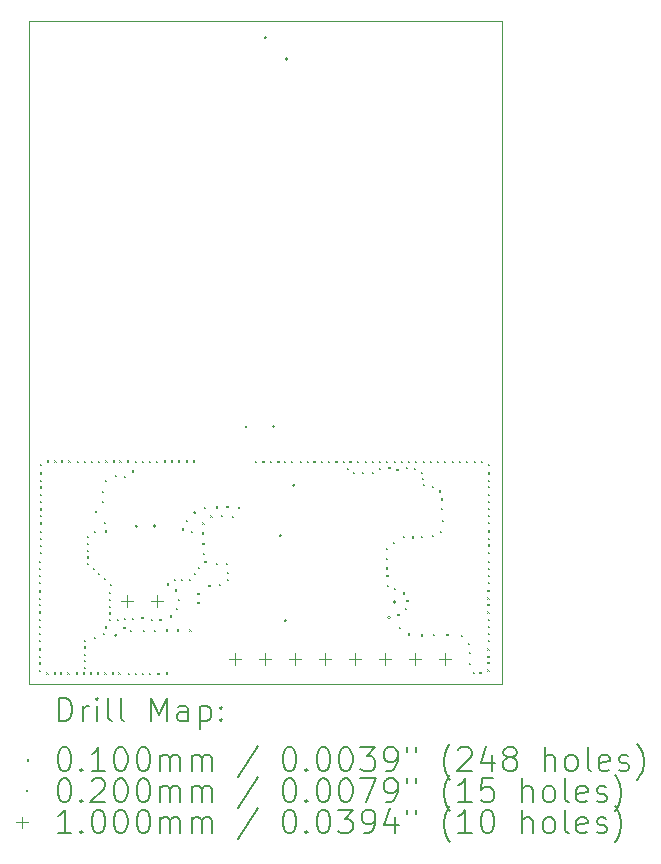
<source format=gbr>
%TF.GenerationSoftware,KiCad,Pcbnew,7.0.9*%
%TF.CreationDate,2024-04-20T19:05:17+02:00*%
%TF.ProjectId,NFC_Programmer,4e46435f-5072-46f6-9772-616d6d65722e,3.0*%
%TF.SameCoordinates,Original*%
%TF.FileFunction,Drillmap*%
%TF.FilePolarity,Positive*%
%FSLAX45Y45*%
G04 Gerber Fmt 4.5, Leading zero omitted, Abs format (unit mm)*
G04 Created by KiCad (PCBNEW 7.0.9) date 2024-04-20 19:05:17*
%MOMM*%
%LPD*%
G01*
G04 APERTURE LIST*
%ADD10C,0.100000*%
%ADD11C,0.200000*%
G04 APERTURE END LIST*
D10*
X16022000Y-11011000D02*
X15866000Y-11011000D01*
X12019000Y-11011000D01*
X12019000Y-5401000D01*
X16022000Y-5401000D01*
X16022000Y-11011000D01*
D11*
D10*
X12107000Y-10219000D02*
X12117000Y-10229000D01*
X12117000Y-10219000D02*
X12107000Y-10229000D01*
X12107000Y-10280000D02*
X12117000Y-10290000D01*
X12117000Y-10280000D02*
X12107000Y-10290000D01*
X12107000Y-10337000D02*
X12117000Y-10347000D01*
X12117000Y-10337000D02*
X12107000Y-10347000D01*
X12107000Y-10398000D02*
X12117000Y-10408000D01*
X12117000Y-10398000D02*
X12107000Y-10408000D01*
X12107000Y-10711000D02*
X12117000Y-10721000D01*
X12117000Y-10711000D02*
X12107000Y-10721000D01*
X12107000Y-10772000D02*
X12117000Y-10782000D01*
X12117000Y-10772000D02*
X12107000Y-10782000D01*
X12107000Y-10829000D02*
X12117000Y-10839000D01*
X12117000Y-10829000D02*
X12107000Y-10839000D01*
X12107000Y-10890000D02*
X12117000Y-10900000D01*
X12117000Y-10890000D02*
X12107000Y-10900000D01*
X12108000Y-9970000D02*
X12118000Y-9980000D01*
X12118000Y-9970000D02*
X12108000Y-9980000D01*
X12108000Y-10031000D02*
X12118000Y-10041000D01*
X12118000Y-10031000D02*
X12108000Y-10041000D01*
X12108000Y-10088000D02*
X12118000Y-10098000D01*
X12118000Y-10088000D02*
X12108000Y-10098000D01*
X12108000Y-10149000D02*
X12118000Y-10159000D01*
X12118000Y-10149000D02*
X12108000Y-10159000D01*
X12108000Y-10462000D02*
X12118000Y-10472000D01*
X12118000Y-10462000D02*
X12108000Y-10472000D01*
X12108000Y-10523000D02*
X12118000Y-10533000D01*
X12118000Y-10523000D02*
X12108000Y-10533000D01*
X12108000Y-10580000D02*
X12118000Y-10590000D01*
X12118000Y-10580000D02*
X12108000Y-10590000D01*
X12108000Y-10641000D02*
X12118000Y-10651000D01*
X12118000Y-10641000D02*
X12108000Y-10651000D01*
X12111000Y-9221000D02*
X12121000Y-9231000D01*
X12121000Y-9221000D02*
X12111000Y-9231000D01*
X12111000Y-9282000D02*
X12121000Y-9292000D01*
X12121000Y-9282000D02*
X12111000Y-9292000D01*
X12111000Y-9339000D02*
X12121000Y-9349000D01*
X12121000Y-9339000D02*
X12111000Y-9349000D01*
X12111000Y-9400000D02*
X12121000Y-9410000D01*
X12121000Y-9400000D02*
X12111000Y-9410000D01*
X12111000Y-9713000D02*
X12121000Y-9723000D01*
X12121000Y-9713000D02*
X12111000Y-9723000D01*
X12111000Y-9774000D02*
X12121000Y-9784000D01*
X12121000Y-9774000D02*
X12111000Y-9784000D01*
X12111000Y-9831000D02*
X12121000Y-9841000D01*
X12121000Y-9831000D02*
X12111000Y-9841000D01*
X12111000Y-9892000D02*
X12121000Y-9902000D01*
X12121000Y-9892000D02*
X12111000Y-9902000D01*
X12112000Y-9151000D02*
X12122000Y-9161000D01*
X12122000Y-9151000D02*
X12112000Y-9161000D01*
X12112000Y-9464000D02*
X12122000Y-9474000D01*
X12122000Y-9464000D02*
X12112000Y-9474000D01*
X12112000Y-9525000D02*
X12122000Y-9535000D01*
X12122000Y-9525000D02*
X12112000Y-9535000D01*
X12112000Y-9582000D02*
X12122000Y-9592000D01*
X12122000Y-9582000D02*
X12112000Y-9592000D01*
X12112000Y-9643000D02*
X12122000Y-9653000D01*
X12122000Y-9643000D02*
X12112000Y-9653000D01*
X12168000Y-10913000D02*
X12178000Y-10923000D01*
X12178000Y-10913000D02*
X12168000Y-10923000D01*
X12176000Y-9119000D02*
X12186000Y-9129000D01*
X12186000Y-9119000D02*
X12176000Y-9129000D01*
X12229000Y-10913000D02*
X12239000Y-10923000D01*
X12239000Y-10913000D02*
X12229000Y-10923000D01*
X12237000Y-9119000D02*
X12247000Y-9129000D01*
X12247000Y-9119000D02*
X12237000Y-9129000D01*
X12286000Y-10913000D02*
X12296000Y-10923000D01*
X12296000Y-10913000D02*
X12286000Y-10923000D01*
X12294000Y-9119000D02*
X12304000Y-9129000D01*
X12304000Y-9119000D02*
X12294000Y-9129000D01*
X12347000Y-10913000D02*
X12357000Y-10923000D01*
X12357000Y-10913000D02*
X12347000Y-10923000D01*
X12355000Y-9119000D02*
X12365000Y-9129000D01*
X12365000Y-9119000D02*
X12355000Y-9129000D01*
X12417000Y-10914000D02*
X12427000Y-10924000D01*
X12427000Y-10914000D02*
X12417000Y-10924000D01*
X12425000Y-9120000D02*
X12435000Y-9130000D01*
X12435000Y-9120000D02*
X12425000Y-9130000D01*
X12478000Y-10914000D02*
X12488000Y-10924000D01*
X12488000Y-10914000D02*
X12478000Y-10924000D01*
X12486000Y-9120000D02*
X12496000Y-9130000D01*
X12496000Y-9120000D02*
X12486000Y-9130000D01*
X12486000Y-10636000D02*
X12496000Y-10646000D01*
X12496000Y-10636000D02*
X12486000Y-10646000D01*
X12486000Y-10693000D02*
X12496000Y-10703000D01*
X12496000Y-10693000D02*
X12486000Y-10703000D01*
X12486000Y-10754000D02*
X12496000Y-10764000D01*
X12496000Y-10754000D02*
X12486000Y-10764000D01*
X12486000Y-10808000D02*
X12496000Y-10818000D01*
X12496000Y-10808000D02*
X12486000Y-10818000D01*
X12486000Y-10865000D02*
X12496000Y-10875000D01*
X12496000Y-10865000D02*
X12486000Y-10875000D01*
X12514000Y-9759000D02*
X12524000Y-9769000D01*
X12524000Y-9759000D02*
X12514000Y-9769000D01*
X12514000Y-9816000D02*
X12524000Y-9826000D01*
X12524000Y-9816000D02*
X12514000Y-9826000D01*
X12514000Y-9877000D02*
X12524000Y-9887000D01*
X12524000Y-9877000D02*
X12514000Y-9887000D01*
X12514000Y-9931000D02*
X12524000Y-9941000D01*
X12524000Y-9931000D02*
X12514000Y-9941000D01*
X12514000Y-9988000D02*
X12524000Y-9998000D01*
X12524000Y-9988000D02*
X12514000Y-9998000D01*
X12535000Y-10914000D02*
X12545000Y-10924000D01*
X12545000Y-10914000D02*
X12535000Y-10924000D01*
X12543000Y-9120000D02*
X12553000Y-9130000D01*
X12553000Y-9120000D02*
X12543000Y-9130000D01*
X12562000Y-10030000D02*
X12572000Y-10040000D01*
X12572000Y-10030000D02*
X12562000Y-10040000D01*
X12569000Y-9713000D02*
X12579000Y-9723000D01*
X12579000Y-9713000D02*
X12569000Y-9723000D01*
X12571000Y-10615000D02*
X12581000Y-10625000D01*
X12581000Y-10615000D02*
X12571000Y-10625000D01*
X12596000Y-10914000D02*
X12606000Y-10924000D01*
X12606000Y-10914000D02*
X12596000Y-10924000D01*
X12604000Y-9120000D02*
X12614000Y-9130000D01*
X12614000Y-9120000D02*
X12604000Y-9130000D01*
X12608000Y-10074000D02*
X12618000Y-10084000D01*
X12618000Y-10074000D02*
X12608000Y-10084000D01*
X12639000Y-9379000D02*
X12649000Y-9389000D01*
X12649000Y-9379000D02*
X12639000Y-9389000D01*
X12641000Y-9465000D02*
X12651000Y-9475000D01*
X12651000Y-9465000D02*
X12641000Y-9475000D01*
X12649000Y-10582000D02*
X12659000Y-10592000D01*
X12659000Y-10582000D02*
X12649000Y-10592000D01*
X12656000Y-9641000D02*
X12666000Y-9651000D01*
X12666000Y-9641000D02*
X12656000Y-9651000D01*
X12656000Y-10116000D02*
X12666000Y-10126000D01*
X12666000Y-10116000D02*
X12656000Y-10126000D01*
X12660000Y-10913000D02*
X12670000Y-10923000D01*
X12670000Y-10913000D02*
X12660000Y-10923000D01*
X12662000Y-9282000D02*
X12672000Y-9292000D01*
X12672000Y-9282000D02*
X12662000Y-9292000D01*
X12662000Y-9711000D02*
X12672000Y-9721000D01*
X12672000Y-9711000D02*
X12662000Y-9721000D01*
X12665000Y-10525000D02*
X12675000Y-10535000D01*
X12675000Y-10525000D02*
X12665000Y-10535000D01*
X12668000Y-9119000D02*
X12678000Y-9129000D01*
X12678000Y-9119000D02*
X12668000Y-9129000D01*
X12700000Y-10233000D02*
X12710000Y-10243000D01*
X12710000Y-10233000D02*
X12700000Y-10243000D01*
X12700000Y-10290000D02*
X12710000Y-10300000D01*
X12710000Y-10290000D02*
X12700000Y-10300000D01*
X12700000Y-10351000D02*
X12710000Y-10361000D01*
X12710000Y-10351000D02*
X12700000Y-10361000D01*
X12700000Y-10405000D02*
X12710000Y-10415000D01*
X12710000Y-10405000D02*
X12700000Y-10415000D01*
X12700000Y-10462000D02*
X12710000Y-10472000D01*
X12710000Y-10462000D02*
X12700000Y-10472000D01*
X12705000Y-10164000D02*
X12715000Y-10174000D01*
X12715000Y-10164000D02*
X12705000Y-10174000D01*
X12721000Y-10913000D02*
X12731000Y-10923000D01*
X12731000Y-10913000D02*
X12721000Y-10923000D01*
X12729000Y-9119000D02*
X12739000Y-9129000D01*
X12739000Y-9119000D02*
X12729000Y-9129000D01*
X12747000Y-9245000D02*
X12757000Y-9255000D01*
X12757000Y-9245000D02*
X12747000Y-9255000D01*
X12765000Y-10459000D02*
X12775000Y-10469000D01*
X12775000Y-10459000D02*
X12765000Y-10469000D01*
X12778000Y-10913000D02*
X12788000Y-10923000D01*
X12788000Y-10913000D02*
X12778000Y-10923000D01*
X12786000Y-9119000D02*
X12796000Y-9129000D01*
X12796000Y-9119000D02*
X12786000Y-9129000D01*
X12820000Y-10527000D02*
X12830000Y-10537000D01*
X12830000Y-10527000D02*
X12820000Y-10537000D01*
X12827000Y-10450000D02*
X12837000Y-10460000D01*
X12837000Y-10450000D02*
X12827000Y-10460000D01*
X12828000Y-9250000D02*
X12838000Y-9260000D01*
X12838000Y-9250000D02*
X12828000Y-9260000D01*
X12847000Y-9119000D02*
X12857000Y-9129000D01*
X12857000Y-9119000D02*
X12847000Y-9129000D01*
X12859000Y-10915000D02*
X12869000Y-10925000D01*
X12869000Y-10915000D02*
X12859000Y-10925000D01*
X12875000Y-10552000D02*
X12885000Y-10562000D01*
X12885000Y-10552000D02*
X12875000Y-10562000D01*
X12892000Y-9203000D02*
X12902000Y-9213000D01*
X12902000Y-9203000D02*
X12892000Y-9213000D01*
X12892000Y-10449000D02*
X12902000Y-10459000D01*
X12902000Y-10449000D02*
X12892000Y-10459000D01*
X12917000Y-9120000D02*
X12927000Y-9130000D01*
X12927000Y-9120000D02*
X12917000Y-9130000D01*
X12920000Y-10915000D02*
X12930000Y-10925000D01*
X12930000Y-10915000D02*
X12920000Y-10925000D01*
X12973000Y-10443000D02*
X12983000Y-10453000D01*
X12983000Y-10443000D02*
X12973000Y-10453000D01*
X12977000Y-10915000D02*
X12987000Y-10925000D01*
X12987000Y-10915000D02*
X12977000Y-10925000D01*
X12978000Y-9120000D02*
X12988000Y-9130000D01*
X12988000Y-9120000D02*
X12978000Y-9130000D01*
X12989000Y-10552000D02*
X12999000Y-10562000D01*
X12999000Y-10552000D02*
X12989000Y-10562000D01*
X13035000Y-9120000D02*
X13045000Y-9130000D01*
X13045000Y-9120000D02*
X13035000Y-9130000D01*
X13038000Y-10915000D02*
X13048000Y-10925000D01*
X13048000Y-10915000D02*
X13038000Y-10925000D01*
X13051000Y-10459000D02*
X13061000Y-10469000D01*
X13061000Y-10459000D02*
X13051000Y-10469000D01*
X13082000Y-10552000D02*
X13092000Y-10562000D01*
X13092000Y-10552000D02*
X13082000Y-10562000D01*
X13096000Y-9120000D02*
X13106000Y-9130000D01*
X13106000Y-9120000D02*
X13096000Y-9130000D01*
X13108000Y-10916000D02*
X13118000Y-10926000D01*
X13118000Y-10916000D02*
X13108000Y-10926000D01*
X13125000Y-10464000D02*
X13135000Y-10474000D01*
X13135000Y-10464000D02*
X13125000Y-10474000D01*
X13162000Y-9119000D02*
X13172000Y-9129000D01*
X13172000Y-9119000D02*
X13162000Y-9129000D01*
X13177000Y-10914000D02*
X13187000Y-10924000D01*
X13187000Y-10914000D02*
X13177000Y-10924000D01*
X13182000Y-10550000D02*
X13192000Y-10560000D01*
X13192000Y-10550000D02*
X13182000Y-10560000D01*
X13191000Y-10160000D02*
X13201000Y-10170000D01*
X13201000Y-10160000D02*
X13191000Y-10170000D01*
X13216000Y-10431000D02*
X13226000Y-10441000D01*
X13226000Y-10431000D02*
X13216000Y-10441000D01*
X13223000Y-9119000D02*
X13233000Y-9129000D01*
X13233000Y-9119000D02*
X13223000Y-9129000D01*
X13251000Y-10121000D02*
X13261000Y-10131000D01*
X13261000Y-10121000D02*
X13251000Y-10131000D01*
X13258000Y-10211000D02*
X13268000Y-10221000D01*
X13268000Y-10211000D02*
X13258000Y-10221000D01*
X13264000Y-10369000D02*
X13274000Y-10379000D01*
X13274000Y-10369000D02*
X13264000Y-10379000D01*
X13277000Y-10550000D02*
X13287000Y-10560000D01*
X13287000Y-10550000D02*
X13277000Y-10560000D01*
X13280000Y-9119000D02*
X13290000Y-9129000D01*
X13290000Y-9119000D02*
X13280000Y-9129000D01*
X13280000Y-10289000D02*
X13290000Y-10299000D01*
X13290000Y-10289000D02*
X13280000Y-10299000D01*
X13308000Y-10121000D02*
X13318000Y-10131000D01*
X13318000Y-10121000D02*
X13308000Y-10131000D01*
X13316000Y-9694000D02*
X13326000Y-9704000D01*
X13326000Y-9694000D02*
X13316000Y-9704000D01*
X13348000Y-9623000D02*
X13358000Y-9633000D01*
X13358000Y-9623000D02*
X13348000Y-9633000D01*
X13349000Y-9119000D02*
X13359000Y-9129000D01*
X13359000Y-9119000D02*
X13349000Y-9129000D01*
X13374000Y-10119000D02*
X13384000Y-10129000D01*
X13384000Y-10119000D02*
X13374000Y-10129000D01*
X13379000Y-10549000D02*
X13389000Y-10559000D01*
X13389000Y-10549000D02*
X13379000Y-10559000D01*
X13393000Y-9714000D02*
X13403000Y-9724000D01*
X13403000Y-9714000D02*
X13393000Y-9724000D01*
X13410000Y-9119000D02*
X13420000Y-9129000D01*
X13420000Y-9119000D02*
X13410000Y-9129000D01*
X13420000Y-10072000D02*
X13430000Y-10082000D01*
X13430000Y-10072000D02*
X13420000Y-10082000D01*
X13447575Y-10239000D02*
X13457575Y-10249000D01*
X13457575Y-10239000D02*
X13447575Y-10249000D01*
X13447575Y-10316000D02*
X13457575Y-10326000D01*
X13457575Y-10316000D02*
X13447575Y-10326000D01*
X13454000Y-10019000D02*
X13464000Y-10029000D01*
X13464000Y-10019000D02*
X13454000Y-10029000D01*
X13484000Y-9728000D02*
X13494000Y-9738000D01*
X13494000Y-9728000D02*
X13484000Y-9738000D01*
X13490000Y-9643000D02*
X13500000Y-9653000D01*
X13500000Y-9643000D02*
X13490000Y-9653000D01*
X13490000Y-9819000D02*
X13500000Y-9829000D01*
X13500000Y-9819000D02*
X13490000Y-9829000D01*
X13491000Y-9900000D02*
X13501000Y-9910000D01*
X13501000Y-9900000D02*
X13491000Y-9910000D01*
X13502789Y-9512435D02*
X13512789Y-9522435D01*
X13512789Y-9512435D02*
X13502789Y-9522435D01*
X13507000Y-9972000D02*
X13517000Y-9982000D01*
X13517000Y-9972000D02*
X13507000Y-9982000D01*
X13540000Y-10174000D02*
X13550000Y-10184000D01*
X13550000Y-10174000D02*
X13540000Y-10184000D01*
X13557000Y-9584000D02*
X13567000Y-9594000D01*
X13567000Y-9584000D02*
X13557000Y-9594000D01*
X13605000Y-9509000D02*
X13615000Y-9519000D01*
X13615000Y-9509000D02*
X13605000Y-9519000D01*
X13605000Y-9987000D02*
X13615000Y-9997000D01*
X13615000Y-9987000D02*
X13605000Y-9997000D01*
X13629000Y-10163000D02*
X13639000Y-10173000D01*
X13639000Y-10163000D02*
X13629000Y-10173000D01*
X13649000Y-9582000D02*
X13659000Y-9592000D01*
X13659000Y-9582000D02*
X13649000Y-9592000D01*
X13686000Y-9989000D02*
X13696000Y-9999000D01*
X13696000Y-9989000D02*
X13686000Y-9999000D01*
X13693000Y-9506000D02*
X13703000Y-9516000D01*
X13703000Y-9506000D02*
X13693000Y-9516000D01*
X13695000Y-10060000D02*
X13705000Y-10070000D01*
X13705000Y-10060000D02*
X13695000Y-10070000D01*
X13695000Y-10123000D02*
X13705000Y-10133000D01*
X13705000Y-10123000D02*
X13695000Y-10133000D01*
X13740000Y-9588000D02*
X13750000Y-9598000D01*
X13750000Y-9588000D02*
X13740000Y-9598000D01*
X13936000Y-9124000D02*
X13946000Y-9134000D01*
X13946000Y-9124000D02*
X13936000Y-9134000D01*
X13997000Y-9124000D02*
X14007000Y-9134000D01*
X14007000Y-9124000D02*
X13997000Y-9134000D01*
X14063000Y-9123000D02*
X14073000Y-9133000D01*
X14073000Y-9123000D02*
X14063000Y-9133000D01*
X14124000Y-9123000D02*
X14134000Y-9133000D01*
X14134000Y-9123000D02*
X14124000Y-9133000D01*
X14181000Y-9123000D02*
X14191000Y-9133000D01*
X14191000Y-9123000D02*
X14181000Y-9133000D01*
X14242000Y-9123000D02*
X14252000Y-9133000D01*
X14252000Y-9123000D02*
X14242000Y-9133000D01*
X14312000Y-9124000D02*
X14322000Y-9134000D01*
X14322000Y-9124000D02*
X14312000Y-9134000D01*
X14373000Y-9124000D02*
X14383000Y-9134000D01*
X14383000Y-9124000D02*
X14373000Y-9134000D01*
X14430000Y-9124000D02*
X14440000Y-9134000D01*
X14440000Y-9124000D02*
X14430000Y-9134000D01*
X14491000Y-9124000D02*
X14501000Y-9134000D01*
X14501000Y-9124000D02*
X14491000Y-9134000D01*
X14555000Y-9123000D02*
X14565000Y-9133000D01*
X14565000Y-9123000D02*
X14555000Y-9133000D01*
X14616000Y-9123000D02*
X14626000Y-9133000D01*
X14626000Y-9123000D02*
X14616000Y-9133000D01*
X14677000Y-9123000D02*
X14687000Y-9133000D01*
X14687000Y-9123000D02*
X14677000Y-9133000D01*
X14715000Y-9185000D02*
X14725000Y-9195000D01*
X14725000Y-9185000D02*
X14715000Y-9195000D01*
X14734000Y-9123000D02*
X14744000Y-9133000D01*
X14744000Y-9123000D02*
X14734000Y-9133000D01*
X14765110Y-9217195D02*
X14775110Y-9227195D01*
X14775110Y-9217195D02*
X14765110Y-9227195D01*
X14795000Y-9123000D02*
X14805000Y-9133000D01*
X14805000Y-9123000D02*
X14795000Y-9133000D01*
X14839000Y-9218000D02*
X14849000Y-9228000D01*
X14849000Y-9218000D02*
X14839000Y-9228000D01*
X14865000Y-9124000D02*
X14875000Y-9134000D01*
X14875000Y-9124000D02*
X14865000Y-9134000D01*
X14923000Y-9217000D02*
X14933000Y-9227000D01*
X14933000Y-9217000D02*
X14923000Y-9227000D01*
X14926000Y-9124000D02*
X14936000Y-9134000D01*
X14936000Y-9124000D02*
X14926000Y-9134000D01*
X14983000Y-9124000D02*
X14993000Y-9134000D01*
X14993000Y-9124000D02*
X14983000Y-9134000D01*
X14983000Y-9184000D02*
X14993000Y-9194000D01*
X14993000Y-9184000D02*
X14983000Y-9194000D01*
X15041000Y-10025000D02*
X15051000Y-10035000D01*
X15051000Y-10025000D02*
X15041000Y-10035000D01*
X15042000Y-9863000D02*
X15052000Y-9873000D01*
X15052000Y-9863000D02*
X15042000Y-9873000D01*
X15043000Y-9946000D02*
X15053000Y-9956000D01*
X15053000Y-9946000D02*
X15043000Y-9956000D01*
X15044000Y-9124000D02*
X15054000Y-9134000D01*
X15054000Y-9124000D02*
X15044000Y-9134000D01*
X15048000Y-10091000D02*
X15058000Y-10101000D01*
X15058000Y-10091000D02*
X15048000Y-10101000D01*
X15052000Y-10170000D02*
X15062000Y-10180000D01*
X15062000Y-10170000D02*
X15052000Y-10180000D01*
X15064000Y-9176000D02*
X15074000Y-9186000D01*
X15074000Y-9176000D02*
X15064000Y-9186000D01*
X15102000Y-9806000D02*
X15112000Y-9816000D01*
X15112000Y-9806000D02*
X15102000Y-9816000D01*
X15107446Y-10196020D02*
X15117446Y-10206020D01*
X15117446Y-10196020D02*
X15107446Y-10206020D01*
X15108000Y-9123000D02*
X15118000Y-9133000D01*
X15118000Y-9123000D02*
X15108000Y-9133000D01*
X15131434Y-9192000D02*
X15141434Y-9202000D01*
X15141434Y-9192000D02*
X15131434Y-9202000D01*
X15141000Y-10417000D02*
X15151000Y-10427000D01*
X15151000Y-10417000D02*
X15141000Y-10427000D01*
X15154000Y-10526000D02*
X15164000Y-10536000D01*
X15164000Y-10526000D02*
X15154000Y-10536000D01*
X15169000Y-9123000D02*
X15179000Y-9133000D01*
X15179000Y-9123000D02*
X15169000Y-9133000D01*
X15184000Y-9760000D02*
X15194000Y-9770000D01*
X15194000Y-9760000D02*
X15184000Y-9770000D01*
X15186761Y-10236155D02*
X15196761Y-10246155D01*
X15196761Y-10236155D02*
X15186761Y-10246155D01*
X15201000Y-10369000D02*
X15211000Y-10379000D01*
X15211000Y-10369000D02*
X15201000Y-10379000D01*
X15212000Y-9177000D02*
X15222000Y-9187000D01*
X15222000Y-9177000D02*
X15212000Y-9187000D01*
X15217000Y-10297000D02*
X15227000Y-10307000D01*
X15227000Y-10297000D02*
X15217000Y-10307000D01*
X15226000Y-9123000D02*
X15236000Y-9133000D01*
X15236000Y-9123000D02*
X15226000Y-9133000D01*
X15229000Y-10584000D02*
X15239000Y-10594000D01*
X15239000Y-10584000D02*
X15229000Y-10594000D01*
X15261000Y-9762000D02*
X15271000Y-9772000D01*
X15271000Y-9762000D02*
X15261000Y-9772000D01*
X15282000Y-9182000D02*
X15292000Y-9192000D01*
X15292000Y-9182000D02*
X15282000Y-9192000D01*
X15287000Y-9123000D02*
X15297000Y-9133000D01*
X15297000Y-9123000D02*
X15287000Y-9133000D01*
X15337000Y-9214000D02*
X15347000Y-9224000D01*
X15347000Y-9214000D02*
X15337000Y-9224000D01*
X15339000Y-10592000D02*
X15349000Y-10602000D01*
X15349000Y-10592000D02*
X15339000Y-10602000D01*
X15340000Y-9759000D02*
X15350000Y-9769000D01*
X15350000Y-9759000D02*
X15340000Y-9769000D01*
X15349000Y-9268000D02*
X15359000Y-9278000D01*
X15359000Y-9268000D02*
X15349000Y-9278000D01*
X15356000Y-9321000D02*
X15366000Y-9331000D01*
X15366000Y-9321000D02*
X15356000Y-9331000D01*
X15357000Y-9124000D02*
X15367000Y-9134000D01*
X15367000Y-9124000D02*
X15357000Y-9134000D01*
X15418000Y-9124000D02*
X15428000Y-9134000D01*
X15428000Y-9124000D02*
X15418000Y-9134000D01*
X15432000Y-9753000D02*
X15442000Y-9763000D01*
X15442000Y-9753000D02*
X15432000Y-9763000D01*
X15434000Y-9332000D02*
X15444000Y-9342000D01*
X15444000Y-9332000D02*
X15434000Y-9342000D01*
X15444000Y-10589000D02*
X15454000Y-10599000D01*
X15454000Y-10589000D02*
X15444000Y-10599000D01*
X15475000Y-9124000D02*
X15485000Y-9134000D01*
X15485000Y-9124000D02*
X15475000Y-9134000D01*
X15491000Y-9373000D02*
X15501000Y-9383000D01*
X15501000Y-9373000D02*
X15491000Y-9383000D01*
X15500000Y-9717000D02*
X15510000Y-9727000D01*
X15510000Y-9717000D02*
X15500000Y-9727000D01*
X15508000Y-9440000D02*
X15518000Y-9450000D01*
X15518000Y-9440000D02*
X15508000Y-9450000D01*
X15508000Y-9524000D02*
X15518000Y-9534000D01*
X15518000Y-9524000D02*
X15508000Y-9534000D01*
X15516000Y-9621000D02*
X15526000Y-9631000D01*
X15526000Y-9621000D02*
X15516000Y-9631000D01*
X15536000Y-9124000D02*
X15546000Y-9134000D01*
X15546000Y-9124000D02*
X15536000Y-9134000D01*
X15556000Y-10591000D02*
X15566000Y-10601000D01*
X15566000Y-10591000D02*
X15556000Y-10601000D01*
X15602000Y-9123000D02*
X15612000Y-9133000D01*
X15612000Y-9123000D02*
X15602000Y-9133000D01*
X15663000Y-9123000D02*
X15673000Y-9133000D01*
X15673000Y-9123000D02*
X15663000Y-9133000D01*
X15680000Y-10595000D02*
X15690000Y-10605000D01*
X15690000Y-10595000D02*
X15680000Y-10605000D01*
X15720000Y-9123000D02*
X15730000Y-9133000D01*
X15730000Y-9123000D02*
X15720000Y-9133000D01*
X15740000Y-10665000D02*
X15750000Y-10675000D01*
X15750000Y-10665000D02*
X15740000Y-10675000D01*
X15744000Y-10741000D02*
X15754000Y-10751000D01*
X15754000Y-10741000D02*
X15744000Y-10751000D01*
X15747000Y-10830000D02*
X15757000Y-10840000D01*
X15757000Y-10830000D02*
X15747000Y-10840000D01*
X15777000Y-10910000D02*
X15787000Y-10920000D01*
X15787000Y-10910000D02*
X15777000Y-10920000D01*
X15789000Y-9123000D02*
X15799000Y-9133000D01*
X15799000Y-9123000D02*
X15789000Y-9133000D01*
X15834000Y-10910000D02*
X15844000Y-10920000D01*
X15844000Y-10910000D02*
X15834000Y-10920000D01*
X15850000Y-9123000D02*
X15860000Y-9133000D01*
X15860000Y-9123000D02*
X15850000Y-9133000D01*
X15903000Y-10218000D02*
X15913000Y-10228000D01*
X15913000Y-10218000D02*
X15903000Y-10228000D01*
X15903000Y-10279000D02*
X15913000Y-10289000D01*
X15913000Y-10279000D02*
X15903000Y-10289000D01*
X15903000Y-10336000D02*
X15913000Y-10346000D01*
X15913000Y-10336000D02*
X15903000Y-10346000D01*
X15903000Y-10397000D02*
X15913000Y-10407000D01*
X15913000Y-10397000D02*
X15903000Y-10407000D01*
X15903000Y-10710000D02*
X15913000Y-10720000D01*
X15913000Y-10710000D02*
X15903000Y-10720000D01*
X15903000Y-10771000D02*
X15913000Y-10781000D01*
X15913000Y-10771000D02*
X15903000Y-10781000D01*
X15903000Y-10828000D02*
X15913000Y-10838000D01*
X15913000Y-10828000D02*
X15903000Y-10838000D01*
X15903000Y-10889000D02*
X15913000Y-10899000D01*
X15913000Y-10889000D02*
X15903000Y-10899000D01*
X15904000Y-9969000D02*
X15914000Y-9979000D01*
X15914000Y-9969000D02*
X15904000Y-9979000D01*
X15904000Y-10030000D02*
X15914000Y-10040000D01*
X15914000Y-10030000D02*
X15904000Y-10040000D01*
X15904000Y-10087000D02*
X15914000Y-10097000D01*
X15914000Y-10087000D02*
X15904000Y-10097000D01*
X15904000Y-10148000D02*
X15914000Y-10158000D01*
X15914000Y-10148000D02*
X15904000Y-10158000D01*
X15904000Y-10461000D02*
X15914000Y-10471000D01*
X15914000Y-10461000D02*
X15904000Y-10471000D01*
X15904000Y-10522000D02*
X15914000Y-10532000D01*
X15914000Y-10522000D02*
X15904000Y-10532000D01*
X15904000Y-10579000D02*
X15914000Y-10589000D01*
X15914000Y-10579000D02*
X15904000Y-10589000D01*
X15904000Y-10640000D02*
X15914000Y-10650000D01*
X15914000Y-10640000D02*
X15904000Y-10650000D01*
X15907000Y-9220000D02*
X15917000Y-9230000D01*
X15917000Y-9220000D02*
X15907000Y-9230000D01*
X15907000Y-9281000D02*
X15917000Y-9291000D01*
X15917000Y-9281000D02*
X15907000Y-9291000D01*
X15907000Y-9338000D02*
X15917000Y-9348000D01*
X15917000Y-9338000D02*
X15907000Y-9348000D01*
X15907000Y-9399000D02*
X15917000Y-9409000D01*
X15917000Y-9399000D02*
X15907000Y-9409000D01*
X15907000Y-9712000D02*
X15917000Y-9722000D01*
X15917000Y-9712000D02*
X15907000Y-9722000D01*
X15907000Y-9773000D02*
X15917000Y-9783000D01*
X15917000Y-9773000D02*
X15907000Y-9783000D01*
X15907000Y-9830000D02*
X15917000Y-9840000D01*
X15917000Y-9830000D02*
X15907000Y-9840000D01*
X15907000Y-9891000D02*
X15917000Y-9901000D01*
X15917000Y-9891000D02*
X15907000Y-9901000D01*
X15908000Y-9150000D02*
X15918000Y-9160000D01*
X15918000Y-9150000D02*
X15908000Y-9160000D01*
X15908000Y-9463000D02*
X15918000Y-9473000D01*
X15918000Y-9463000D02*
X15908000Y-9473000D01*
X15908000Y-9524000D02*
X15918000Y-9534000D01*
X15918000Y-9524000D02*
X15908000Y-9534000D01*
X15908000Y-9581000D02*
X15918000Y-9591000D01*
X15918000Y-9581000D02*
X15908000Y-9591000D01*
X15908000Y-9642000D02*
X15918000Y-9652000D01*
X15918000Y-9642000D02*
X15908000Y-9652000D01*
X12597000Y-9556000D02*
G75*
G03*
X12597000Y-9556000I-10000J0D01*
G01*
X12765000Y-10599000D02*
G75*
G03*
X12765000Y-10599000I-10000J0D01*
G01*
X12938000Y-9677000D02*
G75*
G03*
X12938000Y-9677000I-10000J0D01*
G01*
X13095000Y-9674000D02*
G75*
G03*
X13095000Y-9674000I-10000J0D01*
G01*
X13435158Y-9560158D02*
G75*
G03*
X13435158Y-9560158I-10000J0D01*
G01*
X13809000Y-9523000D02*
G75*
G03*
X13809000Y-9523000I-10000J0D01*
G01*
X13870000Y-8835000D02*
G75*
G03*
X13870000Y-8835000I-10000J0D01*
G01*
X14030000Y-5540000D02*
G75*
G03*
X14030000Y-5540000I-10000J0D01*
G01*
X14102000Y-8833000D02*
G75*
G03*
X14102000Y-8833000I-10000J0D01*
G01*
X14160000Y-9757000D02*
G75*
G03*
X14160000Y-9757000I-10000J0D01*
G01*
X14201000Y-10476000D02*
G75*
G03*
X14201000Y-10476000I-10000J0D01*
G01*
X14212000Y-5720000D02*
G75*
G03*
X14212000Y-5720000I-10000J0D01*
G01*
X14272000Y-9328000D02*
G75*
G03*
X14272000Y-9328000I-10000J0D01*
G01*
X15080000Y-10448000D02*
G75*
G03*
X15080000Y-10448000I-10000J0D01*
G01*
X15126000Y-10318000D02*
G75*
G03*
X15126000Y-10318000I-10000J0D01*
G01*
X12853000Y-10256000D02*
X12853000Y-10356000D01*
X12803000Y-10306000D02*
X12903000Y-10306000D01*
X13107000Y-10256000D02*
X13107000Y-10356000D01*
X13057000Y-10306000D02*
X13157000Y-10306000D01*
X13767000Y-10752000D02*
X13767000Y-10852000D01*
X13717000Y-10802000D02*
X13817000Y-10802000D01*
X14021000Y-10752000D02*
X14021000Y-10852000D01*
X13971000Y-10802000D02*
X14071000Y-10802000D01*
X14275000Y-10752000D02*
X14275000Y-10852000D01*
X14225000Y-10802000D02*
X14325000Y-10802000D01*
X14529000Y-10752000D02*
X14529000Y-10852000D01*
X14479000Y-10802000D02*
X14579000Y-10802000D01*
X14783000Y-10752000D02*
X14783000Y-10852000D01*
X14733000Y-10802000D02*
X14833000Y-10802000D01*
X15037000Y-10752000D02*
X15037000Y-10852000D01*
X14987000Y-10802000D02*
X15087000Y-10802000D01*
X15291000Y-10752000D02*
X15291000Y-10852000D01*
X15241000Y-10802000D02*
X15341000Y-10802000D01*
X15545000Y-10752000D02*
X15545000Y-10852000D01*
X15495000Y-10802000D02*
X15595000Y-10802000D01*
D11*
X12274777Y-11327484D02*
X12274777Y-11127484D01*
X12274777Y-11127484D02*
X12322396Y-11127484D01*
X12322396Y-11127484D02*
X12350967Y-11137008D01*
X12350967Y-11137008D02*
X12370015Y-11156055D01*
X12370015Y-11156055D02*
X12379539Y-11175103D01*
X12379539Y-11175103D02*
X12389062Y-11213198D01*
X12389062Y-11213198D02*
X12389062Y-11241769D01*
X12389062Y-11241769D02*
X12379539Y-11279865D01*
X12379539Y-11279865D02*
X12370015Y-11298912D01*
X12370015Y-11298912D02*
X12350967Y-11317960D01*
X12350967Y-11317960D02*
X12322396Y-11327484D01*
X12322396Y-11327484D02*
X12274777Y-11327484D01*
X12474777Y-11327484D02*
X12474777Y-11194150D01*
X12474777Y-11232246D02*
X12484301Y-11213198D01*
X12484301Y-11213198D02*
X12493824Y-11203674D01*
X12493824Y-11203674D02*
X12512872Y-11194150D01*
X12512872Y-11194150D02*
X12531920Y-11194150D01*
X12598586Y-11327484D02*
X12598586Y-11194150D01*
X12598586Y-11127484D02*
X12589062Y-11137008D01*
X12589062Y-11137008D02*
X12598586Y-11146531D01*
X12598586Y-11146531D02*
X12608110Y-11137008D01*
X12608110Y-11137008D02*
X12598586Y-11127484D01*
X12598586Y-11127484D02*
X12598586Y-11146531D01*
X12722396Y-11327484D02*
X12703348Y-11317960D01*
X12703348Y-11317960D02*
X12693824Y-11298912D01*
X12693824Y-11298912D02*
X12693824Y-11127484D01*
X12827158Y-11327484D02*
X12808110Y-11317960D01*
X12808110Y-11317960D02*
X12798586Y-11298912D01*
X12798586Y-11298912D02*
X12798586Y-11127484D01*
X13055729Y-11327484D02*
X13055729Y-11127484D01*
X13055729Y-11127484D02*
X13122396Y-11270341D01*
X13122396Y-11270341D02*
X13189062Y-11127484D01*
X13189062Y-11127484D02*
X13189062Y-11327484D01*
X13370015Y-11327484D02*
X13370015Y-11222722D01*
X13370015Y-11222722D02*
X13360491Y-11203674D01*
X13360491Y-11203674D02*
X13341443Y-11194150D01*
X13341443Y-11194150D02*
X13303348Y-11194150D01*
X13303348Y-11194150D02*
X13284301Y-11203674D01*
X13370015Y-11317960D02*
X13350967Y-11327484D01*
X13350967Y-11327484D02*
X13303348Y-11327484D01*
X13303348Y-11327484D02*
X13284301Y-11317960D01*
X13284301Y-11317960D02*
X13274777Y-11298912D01*
X13274777Y-11298912D02*
X13274777Y-11279865D01*
X13274777Y-11279865D02*
X13284301Y-11260817D01*
X13284301Y-11260817D02*
X13303348Y-11251293D01*
X13303348Y-11251293D02*
X13350967Y-11251293D01*
X13350967Y-11251293D02*
X13370015Y-11241769D01*
X13465253Y-11194150D02*
X13465253Y-11394150D01*
X13465253Y-11203674D02*
X13484301Y-11194150D01*
X13484301Y-11194150D02*
X13522396Y-11194150D01*
X13522396Y-11194150D02*
X13541443Y-11203674D01*
X13541443Y-11203674D02*
X13550967Y-11213198D01*
X13550967Y-11213198D02*
X13560491Y-11232246D01*
X13560491Y-11232246D02*
X13560491Y-11289388D01*
X13560491Y-11289388D02*
X13550967Y-11308436D01*
X13550967Y-11308436D02*
X13541443Y-11317960D01*
X13541443Y-11317960D02*
X13522396Y-11327484D01*
X13522396Y-11327484D02*
X13484301Y-11327484D01*
X13484301Y-11327484D02*
X13465253Y-11317960D01*
X13646205Y-11308436D02*
X13655729Y-11317960D01*
X13655729Y-11317960D02*
X13646205Y-11327484D01*
X13646205Y-11327484D02*
X13636682Y-11317960D01*
X13636682Y-11317960D02*
X13646205Y-11308436D01*
X13646205Y-11308436D02*
X13646205Y-11327484D01*
X13646205Y-11203674D02*
X13655729Y-11213198D01*
X13655729Y-11213198D02*
X13646205Y-11222722D01*
X13646205Y-11222722D02*
X13636682Y-11213198D01*
X13636682Y-11213198D02*
X13646205Y-11203674D01*
X13646205Y-11203674D02*
X13646205Y-11222722D01*
D10*
X12004000Y-11651000D02*
X12014000Y-11661000D01*
X12014000Y-11651000D02*
X12004000Y-11661000D01*
D11*
X12312872Y-11547484D02*
X12331920Y-11547484D01*
X12331920Y-11547484D02*
X12350967Y-11557008D01*
X12350967Y-11557008D02*
X12360491Y-11566531D01*
X12360491Y-11566531D02*
X12370015Y-11585579D01*
X12370015Y-11585579D02*
X12379539Y-11623674D01*
X12379539Y-11623674D02*
X12379539Y-11671293D01*
X12379539Y-11671293D02*
X12370015Y-11709388D01*
X12370015Y-11709388D02*
X12360491Y-11728436D01*
X12360491Y-11728436D02*
X12350967Y-11737960D01*
X12350967Y-11737960D02*
X12331920Y-11747484D01*
X12331920Y-11747484D02*
X12312872Y-11747484D01*
X12312872Y-11747484D02*
X12293824Y-11737960D01*
X12293824Y-11737960D02*
X12284301Y-11728436D01*
X12284301Y-11728436D02*
X12274777Y-11709388D01*
X12274777Y-11709388D02*
X12265253Y-11671293D01*
X12265253Y-11671293D02*
X12265253Y-11623674D01*
X12265253Y-11623674D02*
X12274777Y-11585579D01*
X12274777Y-11585579D02*
X12284301Y-11566531D01*
X12284301Y-11566531D02*
X12293824Y-11557008D01*
X12293824Y-11557008D02*
X12312872Y-11547484D01*
X12465253Y-11728436D02*
X12474777Y-11737960D01*
X12474777Y-11737960D02*
X12465253Y-11747484D01*
X12465253Y-11747484D02*
X12455729Y-11737960D01*
X12455729Y-11737960D02*
X12465253Y-11728436D01*
X12465253Y-11728436D02*
X12465253Y-11747484D01*
X12665253Y-11747484D02*
X12550967Y-11747484D01*
X12608110Y-11747484D02*
X12608110Y-11547484D01*
X12608110Y-11547484D02*
X12589062Y-11576055D01*
X12589062Y-11576055D02*
X12570015Y-11595103D01*
X12570015Y-11595103D02*
X12550967Y-11604627D01*
X12789062Y-11547484D02*
X12808110Y-11547484D01*
X12808110Y-11547484D02*
X12827158Y-11557008D01*
X12827158Y-11557008D02*
X12836682Y-11566531D01*
X12836682Y-11566531D02*
X12846205Y-11585579D01*
X12846205Y-11585579D02*
X12855729Y-11623674D01*
X12855729Y-11623674D02*
X12855729Y-11671293D01*
X12855729Y-11671293D02*
X12846205Y-11709388D01*
X12846205Y-11709388D02*
X12836682Y-11728436D01*
X12836682Y-11728436D02*
X12827158Y-11737960D01*
X12827158Y-11737960D02*
X12808110Y-11747484D01*
X12808110Y-11747484D02*
X12789062Y-11747484D01*
X12789062Y-11747484D02*
X12770015Y-11737960D01*
X12770015Y-11737960D02*
X12760491Y-11728436D01*
X12760491Y-11728436D02*
X12750967Y-11709388D01*
X12750967Y-11709388D02*
X12741443Y-11671293D01*
X12741443Y-11671293D02*
X12741443Y-11623674D01*
X12741443Y-11623674D02*
X12750967Y-11585579D01*
X12750967Y-11585579D02*
X12760491Y-11566531D01*
X12760491Y-11566531D02*
X12770015Y-11557008D01*
X12770015Y-11557008D02*
X12789062Y-11547484D01*
X12979539Y-11547484D02*
X12998586Y-11547484D01*
X12998586Y-11547484D02*
X13017634Y-11557008D01*
X13017634Y-11557008D02*
X13027158Y-11566531D01*
X13027158Y-11566531D02*
X13036682Y-11585579D01*
X13036682Y-11585579D02*
X13046205Y-11623674D01*
X13046205Y-11623674D02*
X13046205Y-11671293D01*
X13046205Y-11671293D02*
X13036682Y-11709388D01*
X13036682Y-11709388D02*
X13027158Y-11728436D01*
X13027158Y-11728436D02*
X13017634Y-11737960D01*
X13017634Y-11737960D02*
X12998586Y-11747484D01*
X12998586Y-11747484D02*
X12979539Y-11747484D01*
X12979539Y-11747484D02*
X12960491Y-11737960D01*
X12960491Y-11737960D02*
X12950967Y-11728436D01*
X12950967Y-11728436D02*
X12941443Y-11709388D01*
X12941443Y-11709388D02*
X12931920Y-11671293D01*
X12931920Y-11671293D02*
X12931920Y-11623674D01*
X12931920Y-11623674D02*
X12941443Y-11585579D01*
X12941443Y-11585579D02*
X12950967Y-11566531D01*
X12950967Y-11566531D02*
X12960491Y-11557008D01*
X12960491Y-11557008D02*
X12979539Y-11547484D01*
X13131920Y-11747484D02*
X13131920Y-11614150D01*
X13131920Y-11633198D02*
X13141443Y-11623674D01*
X13141443Y-11623674D02*
X13160491Y-11614150D01*
X13160491Y-11614150D02*
X13189063Y-11614150D01*
X13189063Y-11614150D02*
X13208110Y-11623674D01*
X13208110Y-11623674D02*
X13217634Y-11642722D01*
X13217634Y-11642722D02*
X13217634Y-11747484D01*
X13217634Y-11642722D02*
X13227158Y-11623674D01*
X13227158Y-11623674D02*
X13246205Y-11614150D01*
X13246205Y-11614150D02*
X13274777Y-11614150D01*
X13274777Y-11614150D02*
X13293824Y-11623674D01*
X13293824Y-11623674D02*
X13303348Y-11642722D01*
X13303348Y-11642722D02*
X13303348Y-11747484D01*
X13398586Y-11747484D02*
X13398586Y-11614150D01*
X13398586Y-11633198D02*
X13408110Y-11623674D01*
X13408110Y-11623674D02*
X13427158Y-11614150D01*
X13427158Y-11614150D02*
X13455729Y-11614150D01*
X13455729Y-11614150D02*
X13474777Y-11623674D01*
X13474777Y-11623674D02*
X13484301Y-11642722D01*
X13484301Y-11642722D02*
X13484301Y-11747484D01*
X13484301Y-11642722D02*
X13493824Y-11623674D01*
X13493824Y-11623674D02*
X13512872Y-11614150D01*
X13512872Y-11614150D02*
X13541443Y-11614150D01*
X13541443Y-11614150D02*
X13560491Y-11623674D01*
X13560491Y-11623674D02*
X13570015Y-11642722D01*
X13570015Y-11642722D02*
X13570015Y-11747484D01*
X13960491Y-11537960D02*
X13789063Y-11795103D01*
X14217634Y-11547484D02*
X14236682Y-11547484D01*
X14236682Y-11547484D02*
X14255729Y-11557008D01*
X14255729Y-11557008D02*
X14265253Y-11566531D01*
X14265253Y-11566531D02*
X14274777Y-11585579D01*
X14274777Y-11585579D02*
X14284301Y-11623674D01*
X14284301Y-11623674D02*
X14284301Y-11671293D01*
X14284301Y-11671293D02*
X14274777Y-11709388D01*
X14274777Y-11709388D02*
X14265253Y-11728436D01*
X14265253Y-11728436D02*
X14255729Y-11737960D01*
X14255729Y-11737960D02*
X14236682Y-11747484D01*
X14236682Y-11747484D02*
X14217634Y-11747484D01*
X14217634Y-11747484D02*
X14198586Y-11737960D01*
X14198586Y-11737960D02*
X14189063Y-11728436D01*
X14189063Y-11728436D02*
X14179539Y-11709388D01*
X14179539Y-11709388D02*
X14170015Y-11671293D01*
X14170015Y-11671293D02*
X14170015Y-11623674D01*
X14170015Y-11623674D02*
X14179539Y-11585579D01*
X14179539Y-11585579D02*
X14189063Y-11566531D01*
X14189063Y-11566531D02*
X14198586Y-11557008D01*
X14198586Y-11557008D02*
X14217634Y-11547484D01*
X14370015Y-11728436D02*
X14379539Y-11737960D01*
X14379539Y-11737960D02*
X14370015Y-11747484D01*
X14370015Y-11747484D02*
X14360491Y-11737960D01*
X14360491Y-11737960D02*
X14370015Y-11728436D01*
X14370015Y-11728436D02*
X14370015Y-11747484D01*
X14503348Y-11547484D02*
X14522396Y-11547484D01*
X14522396Y-11547484D02*
X14541444Y-11557008D01*
X14541444Y-11557008D02*
X14550967Y-11566531D01*
X14550967Y-11566531D02*
X14560491Y-11585579D01*
X14560491Y-11585579D02*
X14570015Y-11623674D01*
X14570015Y-11623674D02*
X14570015Y-11671293D01*
X14570015Y-11671293D02*
X14560491Y-11709388D01*
X14560491Y-11709388D02*
X14550967Y-11728436D01*
X14550967Y-11728436D02*
X14541444Y-11737960D01*
X14541444Y-11737960D02*
X14522396Y-11747484D01*
X14522396Y-11747484D02*
X14503348Y-11747484D01*
X14503348Y-11747484D02*
X14484301Y-11737960D01*
X14484301Y-11737960D02*
X14474777Y-11728436D01*
X14474777Y-11728436D02*
X14465253Y-11709388D01*
X14465253Y-11709388D02*
X14455729Y-11671293D01*
X14455729Y-11671293D02*
X14455729Y-11623674D01*
X14455729Y-11623674D02*
X14465253Y-11585579D01*
X14465253Y-11585579D02*
X14474777Y-11566531D01*
X14474777Y-11566531D02*
X14484301Y-11557008D01*
X14484301Y-11557008D02*
X14503348Y-11547484D01*
X14693825Y-11547484D02*
X14712872Y-11547484D01*
X14712872Y-11547484D02*
X14731920Y-11557008D01*
X14731920Y-11557008D02*
X14741444Y-11566531D01*
X14741444Y-11566531D02*
X14750967Y-11585579D01*
X14750967Y-11585579D02*
X14760491Y-11623674D01*
X14760491Y-11623674D02*
X14760491Y-11671293D01*
X14760491Y-11671293D02*
X14750967Y-11709388D01*
X14750967Y-11709388D02*
X14741444Y-11728436D01*
X14741444Y-11728436D02*
X14731920Y-11737960D01*
X14731920Y-11737960D02*
X14712872Y-11747484D01*
X14712872Y-11747484D02*
X14693825Y-11747484D01*
X14693825Y-11747484D02*
X14674777Y-11737960D01*
X14674777Y-11737960D02*
X14665253Y-11728436D01*
X14665253Y-11728436D02*
X14655729Y-11709388D01*
X14655729Y-11709388D02*
X14646206Y-11671293D01*
X14646206Y-11671293D02*
X14646206Y-11623674D01*
X14646206Y-11623674D02*
X14655729Y-11585579D01*
X14655729Y-11585579D02*
X14665253Y-11566531D01*
X14665253Y-11566531D02*
X14674777Y-11557008D01*
X14674777Y-11557008D02*
X14693825Y-11547484D01*
X14827158Y-11547484D02*
X14950967Y-11547484D01*
X14950967Y-11547484D02*
X14884301Y-11623674D01*
X14884301Y-11623674D02*
X14912872Y-11623674D01*
X14912872Y-11623674D02*
X14931920Y-11633198D01*
X14931920Y-11633198D02*
X14941444Y-11642722D01*
X14941444Y-11642722D02*
X14950967Y-11661769D01*
X14950967Y-11661769D02*
X14950967Y-11709388D01*
X14950967Y-11709388D02*
X14941444Y-11728436D01*
X14941444Y-11728436D02*
X14931920Y-11737960D01*
X14931920Y-11737960D02*
X14912872Y-11747484D01*
X14912872Y-11747484D02*
X14855729Y-11747484D01*
X14855729Y-11747484D02*
X14836682Y-11737960D01*
X14836682Y-11737960D02*
X14827158Y-11728436D01*
X15046206Y-11747484D02*
X15084301Y-11747484D01*
X15084301Y-11747484D02*
X15103348Y-11737960D01*
X15103348Y-11737960D02*
X15112872Y-11728436D01*
X15112872Y-11728436D02*
X15131920Y-11699865D01*
X15131920Y-11699865D02*
X15141444Y-11661769D01*
X15141444Y-11661769D02*
X15141444Y-11585579D01*
X15141444Y-11585579D02*
X15131920Y-11566531D01*
X15131920Y-11566531D02*
X15122396Y-11557008D01*
X15122396Y-11557008D02*
X15103348Y-11547484D01*
X15103348Y-11547484D02*
X15065253Y-11547484D01*
X15065253Y-11547484D02*
X15046206Y-11557008D01*
X15046206Y-11557008D02*
X15036682Y-11566531D01*
X15036682Y-11566531D02*
X15027158Y-11585579D01*
X15027158Y-11585579D02*
X15027158Y-11633198D01*
X15027158Y-11633198D02*
X15036682Y-11652246D01*
X15036682Y-11652246D02*
X15046206Y-11661769D01*
X15046206Y-11661769D02*
X15065253Y-11671293D01*
X15065253Y-11671293D02*
X15103348Y-11671293D01*
X15103348Y-11671293D02*
X15122396Y-11661769D01*
X15122396Y-11661769D02*
X15131920Y-11652246D01*
X15131920Y-11652246D02*
X15141444Y-11633198D01*
X15217634Y-11547484D02*
X15217634Y-11585579D01*
X15293825Y-11547484D02*
X15293825Y-11585579D01*
X15589063Y-11823674D02*
X15579539Y-11814150D01*
X15579539Y-11814150D02*
X15560491Y-11785579D01*
X15560491Y-11785579D02*
X15550968Y-11766531D01*
X15550968Y-11766531D02*
X15541444Y-11737960D01*
X15541444Y-11737960D02*
X15531920Y-11690341D01*
X15531920Y-11690341D02*
X15531920Y-11652246D01*
X15531920Y-11652246D02*
X15541444Y-11604627D01*
X15541444Y-11604627D02*
X15550968Y-11576055D01*
X15550968Y-11576055D02*
X15560491Y-11557008D01*
X15560491Y-11557008D02*
X15579539Y-11528436D01*
X15579539Y-11528436D02*
X15589063Y-11518912D01*
X15655729Y-11566531D02*
X15665253Y-11557008D01*
X15665253Y-11557008D02*
X15684301Y-11547484D01*
X15684301Y-11547484D02*
X15731920Y-11547484D01*
X15731920Y-11547484D02*
X15750968Y-11557008D01*
X15750968Y-11557008D02*
X15760491Y-11566531D01*
X15760491Y-11566531D02*
X15770015Y-11585579D01*
X15770015Y-11585579D02*
X15770015Y-11604627D01*
X15770015Y-11604627D02*
X15760491Y-11633198D01*
X15760491Y-11633198D02*
X15646206Y-11747484D01*
X15646206Y-11747484D02*
X15770015Y-11747484D01*
X15941444Y-11614150D02*
X15941444Y-11747484D01*
X15893825Y-11537960D02*
X15846206Y-11680817D01*
X15846206Y-11680817D02*
X15970015Y-11680817D01*
X16074777Y-11633198D02*
X16055729Y-11623674D01*
X16055729Y-11623674D02*
X16046206Y-11614150D01*
X16046206Y-11614150D02*
X16036682Y-11595103D01*
X16036682Y-11595103D02*
X16036682Y-11585579D01*
X16036682Y-11585579D02*
X16046206Y-11566531D01*
X16046206Y-11566531D02*
X16055729Y-11557008D01*
X16055729Y-11557008D02*
X16074777Y-11547484D01*
X16074777Y-11547484D02*
X16112872Y-11547484D01*
X16112872Y-11547484D02*
X16131920Y-11557008D01*
X16131920Y-11557008D02*
X16141444Y-11566531D01*
X16141444Y-11566531D02*
X16150968Y-11585579D01*
X16150968Y-11585579D02*
X16150968Y-11595103D01*
X16150968Y-11595103D02*
X16141444Y-11614150D01*
X16141444Y-11614150D02*
X16131920Y-11623674D01*
X16131920Y-11623674D02*
X16112872Y-11633198D01*
X16112872Y-11633198D02*
X16074777Y-11633198D01*
X16074777Y-11633198D02*
X16055729Y-11642722D01*
X16055729Y-11642722D02*
X16046206Y-11652246D01*
X16046206Y-11652246D02*
X16036682Y-11671293D01*
X16036682Y-11671293D02*
X16036682Y-11709388D01*
X16036682Y-11709388D02*
X16046206Y-11728436D01*
X16046206Y-11728436D02*
X16055729Y-11737960D01*
X16055729Y-11737960D02*
X16074777Y-11747484D01*
X16074777Y-11747484D02*
X16112872Y-11747484D01*
X16112872Y-11747484D02*
X16131920Y-11737960D01*
X16131920Y-11737960D02*
X16141444Y-11728436D01*
X16141444Y-11728436D02*
X16150968Y-11709388D01*
X16150968Y-11709388D02*
X16150968Y-11671293D01*
X16150968Y-11671293D02*
X16141444Y-11652246D01*
X16141444Y-11652246D02*
X16131920Y-11642722D01*
X16131920Y-11642722D02*
X16112872Y-11633198D01*
X16389063Y-11747484D02*
X16389063Y-11547484D01*
X16474777Y-11747484D02*
X16474777Y-11642722D01*
X16474777Y-11642722D02*
X16465253Y-11623674D01*
X16465253Y-11623674D02*
X16446206Y-11614150D01*
X16446206Y-11614150D02*
X16417634Y-11614150D01*
X16417634Y-11614150D02*
X16398587Y-11623674D01*
X16398587Y-11623674D02*
X16389063Y-11633198D01*
X16598587Y-11747484D02*
X16579539Y-11737960D01*
X16579539Y-11737960D02*
X16570015Y-11728436D01*
X16570015Y-11728436D02*
X16560491Y-11709388D01*
X16560491Y-11709388D02*
X16560491Y-11652246D01*
X16560491Y-11652246D02*
X16570015Y-11633198D01*
X16570015Y-11633198D02*
X16579539Y-11623674D01*
X16579539Y-11623674D02*
X16598587Y-11614150D01*
X16598587Y-11614150D02*
X16627158Y-11614150D01*
X16627158Y-11614150D02*
X16646206Y-11623674D01*
X16646206Y-11623674D02*
X16655730Y-11633198D01*
X16655730Y-11633198D02*
X16665253Y-11652246D01*
X16665253Y-11652246D02*
X16665253Y-11709388D01*
X16665253Y-11709388D02*
X16655730Y-11728436D01*
X16655730Y-11728436D02*
X16646206Y-11737960D01*
X16646206Y-11737960D02*
X16627158Y-11747484D01*
X16627158Y-11747484D02*
X16598587Y-11747484D01*
X16779539Y-11747484D02*
X16760491Y-11737960D01*
X16760491Y-11737960D02*
X16750968Y-11718912D01*
X16750968Y-11718912D02*
X16750968Y-11547484D01*
X16931920Y-11737960D02*
X16912873Y-11747484D01*
X16912873Y-11747484D02*
X16874777Y-11747484D01*
X16874777Y-11747484D02*
X16855730Y-11737960D01*
X16855730Y-11737960D02*
X16846206Y-11718912D01*
X16846206Y-11718912D02*
X16846206Y-11642722D01*
X16846206Y-11642722D02*
X16855730Y-11623674D01*
X16855730Y-11623674D02*
X16874777Y-11614150D01*
X16874777Y-11614150D02*
X16912873Y-11614150D01*
X16912873Y-11614150D02*
X16931920Y-11623674D01*
X16931920Y-11623674D02*
X16941444Y-11642722D01*
X16941444Y-11642722D02*
X16941444Y-11661769D01*
X16941444Y-11661769D02*
X16846206Y-11680817D01*
X17017634Y-11737960D02*
X17036682Y-11747484D01*
X17036682Y-11747484D02*
X17074777Y-11747484D01*
X17074777Y-11747484D02*
X17093825Y-11737960D01*
X17093825Y-11737960D02*
X17103349Y-11718912D01*
X17103349Y-11718912D02*
X17103349Y-11709388D01*
X17103349Y-11709388D02*
X17093825Y-11690341D01*
X17093825Y-11690341D02*
X17074777Y-11680817D01*
X17074777Y-11680817D02*
X17046206Y-11680817D01*
X17046206Y-11680817D02*
X17027158Y-11671293D01*
X17027158Y-11671293D02*
X17017634Y-11652246D01*
X17017634Y-11652246D02*
X17017634Y-11642722D01*
X17017634Y-11642722D02*
X17027158Y-11623674D01*
X17027158Y-11623674D02*
X17046206Y-11614150D01*
X17046206Y-11614150D02*
X17074777Y-11614150D01*
X17074777Y-11614150D02*
X17093825Y-11623674D01*
X17170015Y-11823674D02*
X17179539Y-11814150D01*
X17179539Y-11814150D02*
X17198587Y-11785579D01*
X17198587Y-11785579D02*
X17208111Y-11766531D01*
X17208111Y-11766531D02*
X17217634Y-11737960D01*
X17217634Y-11737960D02*
X17227158Y-11690341D01*
X17227158Y-11690341D02*
X17227158Y-11652246D01*
X17227158Y-11652246D02*
X17217634Y-11604627D01*
X17217634Y-11604627D02*
X17208111Y-11576055D01*
X17208111Y-11576055D02*
X17198587Y-11557008D01*
X17198587Y-11557008D02*
X17179539Y-11528436D01*
X17179539Y-11528436D02*
X17170015Y-11518912D01*
D10*
X12014000Y-11920000D02*
G75*
G03*
X12014000Y-11920000I-10000J0D01*
G01*
D11*
X12312872Y-11811484D02*
X12331920Y-11811484D01*
X12331920Y-11811484D02*
X12350967Y-11821008D01*
X12350967Y-11821008D02*
X12360491Y-11830531D01*
X12360491Y-11830531D02*
X12370015Y-11849579D01*
X12370015Y-11849579D02*
X12379539Y-11887674D01*
X12379539Y-11887674D02*
X12379539Y-11935293D01*
X12379539Y-11935293D02*
X12370015Y-11973388D01*
X12370015Y-11973388D02*
X12360491Y-11992436D01*
X12360491Y-11992436D02*
X12350967Y-12001960D01*
X12350967Y-12001960D02*
X12331920Y-12011484D01*
X12331920Y-12011484D02*
X12312872Y-12011484D01*
X12312872Y-12011484D02*
X12293824Y-12001960D01*
X12293824Y-12001960D02*
X12284301Y-11992436D01*
X12284301Y-11992436D02*
X12274777Y-11973388D01*
X12274777Y-11973388D02*
X12265253Y-11935293D01*
X12265253Y-11935293D02*
X12265253Y-11887674D01*
X12265253Y-11887674D02*
X12274777Y-11849579D01*
X12274777Y-11849579D02*
X12284301Y-11830531D01*
X12284301Y-11830531D02*
X12293824Y-11821008D01*
X12293824Y-11821008D02*
X12312872Y-11811484D01*
X12465253Y-11992436D02*
X12474777Y-12001960D01*
X12474777Y-12001960D02*
X12465253Y-12011484D01*
X12465253Y-12011484D02*
X12455729Y-12001960D01*
X12455729Y-12001960D02*
X12465253Y-11992436D01*
X12465253Y-11992436D02*
X12465253Y-12011484D01*
X12550967Y-11830531D02*
X12560491Y-11821008D01*
X12560491Y-11821008D02*
X12579539Y-11811484D01*
X12579539Y-11811484D02*
X12627158Y-11811484D01*
X12627158Y-11811484D02*
X12646205Y-11821008D01*
X12646205Y-11821008D02*
X12655729Y-11830531D01*
X12655729Y-11830531D02*
X12665253Y-11849579D01*
X12665253Y-11849579D02*
X12665253Y-11868627D01*
X12665253Y-11868627D02*
X12655729Y-11897198D01*
X12655729Y-11897198D02*
X12541443Y-12011484D01*
X12541443Y-12011484D02*
X12665253Y-12011484D01*
X12789062Y-11811484D02*
X12808110Y-11811484D01*
X12808110Y-11811484D02*
X12827158Y-11821008D01*
X12827158Y-11821008D02*
X12836682Y-11830531D01*
X12836682Y-11830531D02*
X12846205Y-11849579D01*
X12846205Y-11849579D02*
X12855729Y-11887674D01*
X12855729Y-11887674D02*
X12855729Y-11935293D01*
X12855729Y-11935293D02*
X12846205Y-11973388D01*
X12846205Y-11973388D02*
X12836682Y-11992436D01*
X12836682Y-11992436D02*
X12827158Y-12001960D01*
X12827158Y-12001960D02*
X12808110Y-12011484D01*
X12808110Y-12011484D02*
X12789062Y-12011484D01*
X12789062Y-12011484D02*
X12770015Y-12001960D01*
X12770015Y-12001960D02*
X12760491Y-11992436D01*
X12760491Y-11992436D02*
X12750967Y-11973388D01*
X12750967Y-11973388D02*
X12741443Y-11935293D01*
X12741443Y-11935293D02*
X12741443Y-11887674D01*
X12741443Y-11887674D02*
X12750967Y-11849579D01*
X12750967Y-11849579D02*
X12760491Y-11830531D01*
X12760491Y-11830531D02*
X12770015Y-11821008D01*
X12770015Y-11821008D02*
X12789062Y-11811484D01*
X12979539Y-11811484D02*
X12998586Y-11811484D01*
X12998586Y-11811484D02*
X13017634Y-11821008D01*
X13017634Y-11821008D02*
X13027158Y-11830531D01*
X13027158Y-11830531D02*
X13036682Y-11849579D01*
X13036682Y-11849579D02*
X13046205Y-11887674D01*
X13046205Y-11887674D02*
X13046205Y-11935293D01*
X13046205Y-11935293D02*
X13036682Y-11973388D01*
X13036682Y-11973388D02*
X13027158Y-11992436D01*
X13027158Y-11992436D02*
X13017634Y-12001960D01*
X13017634Y-12001960D02*
X12998586Y-12011484D01*
X12998586Y-12011484D02*
X12979539Y-12011484D01*
X12979539Y-12011484D02*
X12960491Y-12001960D01*
X12960491Y-12001960D02*
X12950967Y-11992436D01*
X12950967Y-11992436D02*
X12941443Y-11973388D01*
X12941443Y-11973388D02*
X12931920Y-11935293D01*
X12931920Y-11935293D02*
X12931920Y-11887674D01*
X12931920Y-11887674D02*
X12941443Y-11849579D01*
X12941443Y-11849579D02*
X12950967Y-11830531D01*
X12950967Y-11830531D02*
X12960491Y-11821008D01*
X12960491Y-11821008D02*
X12979539Y-11811484D01*
X13131920Y-12011484D02*
X13131920Y-11878150D01*
X13131920Y-11897198D02*
X13141443Y-11887674D01*
X13141443Y-11887674D02*
X13160491Y-11878150D01*
X13160491Y-11878150D02*
X13189063Y-11878150D01*
X13189063Y-11878150D02*
X13208110Y-11887674D01*
X13208110Y-11887674D02*
X13217634Y-11906722D01*
X13217634Y-11906722D02*
X13217634Y-12011484D01*
X13217634Y-11906722D02*
X13227158Y-11887674D01*
X13227158Y-11887674D02*
X13246205Y-11878150D01*
X13246205Y-11878150D02*
X13274777Y-11878150D01*
X13274777Y-11878150D02*
X13293824Y-11887674D01*
X13293824Y-11887674D02*
X13303348Y-11906722D01*
X13303348Y-11906722D02*
X13303348Y-12011484D01*
X13398586Y-12011484D02*
X13398586Y-11878150D01*
X13398586Y-11897198D02*
X13408110Y-11887674D01*
X13408110Y-11887674D02*
X13427158Y-11878150D01*
X13427158Y-11878150D02*
X13455729Y-11878150D01*
X13455729Y-11878150D02*
X13474777Y-11887674D01*
X13474777Y-11887674D02*
X13484301Y-11906722D01*
X13484301Y-11906722D02*
X13484301Y-12011484D01*
X13484301Y-11906722D02*
X13493824Y-11887674D01*
X13493824Y-11887674D02*
X13512872Y-11878150D01*
X13512872Y-11878150D02*
X13541443Y-11878150D01*
X13541443Y-11878150D02*
X13560491Y-11887674D01*
X13560491Y-11887674D02*
X13570015Y-11906722D01*
X13570015Y-11906722D02*
X13570015Y-12011484D01*
X13960491Y-11801960D02*
X13789063Y-12059103D01*
X14217634Y-11811484D02*
X14236682Y-11811484D01*
X14236682Y-11811484D02*
X14255729Y-11821008D01*
X14255729Y-11821008D02*
X14265253Y-11830531D01*
X14265253Y-11830531D02*
X14274777Y-11849579D01*
X14274777Y-11849579D02*
X14284301Y-11887674D01*
X14284301Y-11887674D02*
X14284301Y-11935293D01*
X14284301Y-11935293D02*
X14274777Y-11973388D01*
X14274777Y-11973388D02*
X14265253Y-11992436D01*
X14265253Y-11992436D02*
X14255729Y-12001960D01*
X14255729Y-12001960D02*
X14236682Y-12011484D01*
X14236682Y-12011484D02*
X14217634Y-12011484D01*
X14217634Y-12011484D02*
X14198586Y-12001960D01*
X14198586Y-12001960D02*
X14189063Y-11992436D01*
X14189063Y-11992436D02*
X14179539Y-11973388D01*
X14179539Y-11973388D02*
X14170015Y-11935293D01*
X14170015Y-11935293D02*
X14170015Y-11887674D01*
X14170015Y-11887674D02*
X14179539Y-11849579D01*
X14179539Y-11849579D02*
X14189063Y-11830531D01*
X14189063Y-11830531D02*
X14198586Y-11821008D01*
X14198586Y-11821008D02*
X14217634Y-11811484D01*
X14370015Y-11992436D02*
X14379539Y-12001960D01*
X14379539Y-12001960D02*
X14370015Y-12011484D01*
X14370015Y-12011484D02*
X14360491Y-12001960D01*
X14360491Y-12001960D02*
X14370015Y-11992436D01*
X14370015Y-11992436D02*
X14370015Y-12011484D01*
X14503348Y-11811484D02*
X14522396Y-11811484D01*
X14522396Y-11811484D02*
X14541444Y-11821008D01*
X14541444Y-11821008D02*
X14550967Y-11830531D01*
X14550967Y-11830531D02*
X14560491Y-11849579D01*
X14560491Y-11849579D02*
X14570015Y-11887674D01*
X14570015Y-11887674D02*
X14570015Y-11935293D01*
X14570015Y-11935293D02*
X14560491Y-11973388D01*
X14560491Y-11973388D02*
X14550967Y-11992436D01*
X14550967Y-11992436D02*
X14541444Y-12001960D01*
X14541444Y-12001960D02*
X14522396Y-12011484D01*
X14522396Y-12011484D02*
X14503348Y-12011484D01*
X14503348Y-12011484D02*
X14484301Y-12001960D01*
X14484301Y-12001960D02*
X14474777Y-11992436D01*
X14474777Y-11992436D02*
X14465253Y-11973388D01*
X14465253Y-11973388D02*
X14455729Y-11935293D01*
X14455729Y-11935293D02*
X14455729Y-11887674D01*
X14455729Y-11887674D02*
X14465253Y-11849579D01*
X14465253Y-11849579D02*
X14474777Y-11830531D01*
X14474777Y-11830531D02*
X14484301Y-11821008D01*
X14484301Y-11821008D02*
X14503348Y-11811484D01*
X14693825Y-11811484D02*
X14712872Y-11811484D01*
X14712872Y-11811484D02*
X14731920Y-11821008D01*
X14731920Y-11821008D02*
X14741444Y-11830531D01*
X14741444Y-11830531D02*
X14750967Y-11849579D01*
X14750967Y-11849579D02*
X14760491Y-11887674D01*
X14760491Y-11887674D02*
X14760491Y-11935293D01*
X14760491Y-11935293D02*
X14750967Y-11973388D01*
X14750967Y-11973388D02*
X14741444Y-11992436D01*
X14741444Y-11992436D02*
X14731920Y-12001960D01*
X14731920Y-12001960D02*
X14712872Y-12011484D01*
X14712872Y-12011484D02*
X14693825Y-12011484D01*
X14693825Y-12011484D02*
X14674777Y-12001960D01*
X14674777Y-12001960D02*
X14665253Y-11992436D01*
X14665253Y-11992436D02*
X14655729Y-11973388D01*
X14655729Y-11973388D02*
X14646206Y-11935293D01*
X14646206Y-11935293D02*
X14646206Y-11887674D01*
X14646206Y-11887674D02*
X14655729Y-11849579D01*
X14655729Y-11849579D02*
X14665253Y-11830531D01*
X14665253Y-11830531D02*
X14674777Y-11821008D01*
X14674777Y-11821008D02*
X14693825Y-11811484D01*
X14827158Y-11811484D02*
X14960491Y-11811484D01*
X14960491Y-11811484D02*
X14874777Y-12011484D01*
X15046206Y-12011484D02*
X15084301Y-12011484D01*
X15084301Y-12011484D02*
X15103348Y-12001960D01*
X15103348Y-12001960D02*
X15112872Y-11992436D01*
X15112872Y-11992436D02*
X15131920Y-11963865D01*
X15131920Y-11963865D02*
X15141444Y-11925769D01*
X15141444Y-11925769D02*
X15141444Y-11849579D01*
X15141444Y-11849579D02*
X15131920Y-11830531D01*
X15131920Y-11830531D02*
X15122396Y-11821008D01*
X15122396Y-11821008D02*
X15103348Y-11811484D01*
X15103348Y-11811484D02*
X15065253Y-11811484D01*
X15065253Y-11811484D02*
X15046206Y-11821008D01*
X15046206Y-11821008D02*
X15036682Y-11830531D01*
X15036682Y-11830531D02*
X15027158Y-11849579D01*
X15027158Y-11849579D02*
X15027158Y-11897198D01*
X15027158Y-11897198D02*
X15036682Y-11916246D01*
X15036682Y-11916246D02*
X15046206Y-11925769D01*
X15046206Y-11925769D02*
X15065253Y-11935293D01*
X15065253Y-11935293D02*
X15103348Y-11935293D01*
X15103348Y-11935293D02*
X15122396Y-11925769D01*
X15122396Y-11925769D02*
X15131920Y-11916246D01*
X15131920Y-11916246D02*
X15141444Y-11897198D01*
X15217634Y-11811484D02*
X15217634Y-11849579D01*
X15293825Y-11811484D02*
X15293825Y-11849579D01*
X15589063Y-12087674D02*
X15579539Y-12078150D01*
X15579539Y-12078150D02*
X15560491Y-12049579D01*
X15560491Y-12049579D02*
X15550968Y-12030531D01*
X15550968Y-12030531D02*
X15541444Y-12001960D01*
X15541444Y-12001960D02*
X15531920Y-11954341D01*
X15531920Y-11954341D02*
X15531920Y-11916246D01*
X15531920Y-11916246D02*
X15541444Y-11868627D01*
X15541444Y-11868627D02*
X15550968Y-11840055D01*
X15550968Y-11840055D02*
X15560491Y-11821008D01*
X15560491Y-11821008D02*
X15579539Y-11792436D01*
X15579539Y-11792436D02*
X15589063Y-11782912D01*
X15770015Y-12011484D02*
X15655729Y-12011484D01*
X15712872Y-12011484D02*
X15712872Y-11811484D01*
X15712872Y-11811484D02*
X15693825Y-11840055D01*
X15693825Y-11840055D02*
X15674777Y-11859103D01*
X15674777Y-11859103D02*
X15655729Y-11868627D01*
X15950968Y-11811484D02*
X15855729Y-11811484D01*
X15855729Y-11811484D02*
X15846206Y-11906722D01*
X15846206Y-11906722D02*
X15855729Y-11897198D01*
X15855729Y-11897198D02*
X15874777Y-11887674D01*
X15874777Y-11887674D02*
X15922396Y-11887674D01*
X15922396Y-11887674D02*
X15941444Y-11897198D01*
X15941444Y-11897198D02*
X15950968Y-11906722D01*
X15950968Y-11906722D02*
X15960491Y-11925769D01*
X15960491Y-11925769D02*
X15960491Y-11973388D01*
X15960491Y-11973388D02*
X15950968Y-11992436D01*
X15950968Y-11992436D02*
X15941444Y-12001960D01*
X15941444Y-12001960D02*
X15922396Y-12011484D01*
X15922396Y-12011484D02*
X15874777Y-12011484D01*
X15874777Y-12011484D02*
X15855729Y-12001960D01*
X15855729Y-12001960D02*
X15846206Y-11992436D01*
X16198587Y-12011484D02*
X16198587Y-11811484D01*
X16284301Y-12011484D02*
X16284301Y-11906722D01*
X16284301Y-11906722D02*
X16274777Y-11887674D01*
X16274777Y-11887674D02*
X16255730Y-11878150D01*
X16255730Y-11878150D02*
X16227158Y-11878150D01*
X16227158Y-11878150D02*
X16208110Y-11887674D01*
X16208110Y-11887674D02*
X16198587Y-11897198D01*
X16408110Y-12011484D02*
X16389063Y-12001960D01*
X16389063Y-12001960D02*
X16379539Y-11992436D01*
X16379539Y-11992436D02*
X16370015Y-11973388D01*
X16370015Y-11973388D02*
X16370015Y-11916246D01*
X16370015Y-11916246D02*
X16379539Y-11897198D01*
X16379539Y-11897198D02*
X16389063Y-11887674D01*
X16389063Y-11887674D02*
X16408110Y-11878150D01*
X16408110Y-11878150D02*
X16436682Y-11878150D01*
X16436682Y-11878150D02*
X16455730Y-11887674D01*
X16455730Y-11887674D02*
X16465253Y-11897198D01*
X16465253Y-11897198D02*
X16474777Y-11916246D01*
X16474777Y-11916246D02*
X16474777Y-11973388D01*
X16474777Y-11973388D02*
X16465253Y-11992436D01*
X16465253Y-11992436D02*
X16455730Y-12001960D01*
X16455730Y-12001960D02*
X16436682Y-12011484D01*
X16436682Y-12011484D02*
X16408110Y-12011484D01*
X16589063Y-12011484D02*
X16570015Y-12001960D01*
X16570015Y-12001960D02*
X16560491Y-11982912D01*
X16560491Y-11982912D02*
X16560491Y-11811484D01*
X16741444Y-12001960D02*
X16722396Y-12011484D01*
X16722396Y-12011484D02*
X16684301Y-12011484D01*
X16684301Y-12011484D02*
X16665253Y-12001960D01*
X16665253Y-12001960D02*
X16655730Y-11982912D01*
X16655730Y-11982912D02*
X16655730Y-11906722D01*
X16655730Y-11906722D02*
X16665253Y-11887674D01*
X16665253Y-11887674D02*
X16684301Y-11878150D01*
X16684301Y-11878150D02*
X16722396Y-11878150D01*
X16722396Y-11878150D02*
X16741444Y-11887674D01*
X16741444Y-11887674D02*
X16750968Y-11906722D01*
X16750968Y-11906722D02*
X16750968Y-11925769D01*
X16750968Y-11925769D02*
X16655730Y-11944817D01*
X16827158Y-12001960D02*
X16846206Y-12011484D01*
X16846206Y-12011484D02*
X16884301Y-12011484D01*
X16884301Y-12011484D02*
X16903349Y-12001960D01*
X16903349Y-12001960D02*
X16912873Y-11982912D01*
X16912873Y-11982912D02*
X16912873Y-11973388D01*
X16912873Y-11973388D02*
X16903349Y-11954341D01*
X16903349Y-11954341D02*
X16884301Y-11944817D01*
X16884301Y-11944817D02*
X16855730Y-11944817D01*
X16855730Y-11944817D02*
X16836682Y-11935293D01*
X16836682Y-11935293D02*
X16827158Y-11916246D01*
X16827158Y-11916246D02*
X16827158Y-11906722D01*
X16827158Y-11906722D02*
X16836682Y-11887674D01*
X16836682Y-11887674D02*
X16855730Y-11878150D01*
X16855730Y-11878150D02*
X16884301Y-11878150D01*
X16884301Y-11878150D02*
X16903349Y-11887674D01*
X16979539Y-12087674D02*
X16989063Y-12078150D01*
X16989063Y-12078150D02*
X17008111Y-12049579D01*
X17008111Y-12049579D02*
X17017634Y-12030531D01*
X17017634Y-12030531D02*
X17027158Y-12001960D01*
X17027158Y-12001960D02*
X17036682Y-11954341D01*
X17036682Y-11954341D02*
X17036682Y-11916246D01*
X17036682Y-11916246D02*
X17027158Y-11868627D01*
X17027158Y-11868627D02*
X17017634Y-11840055D01*
X17017634Y-11840055D02*
X17008111Y-11821008D01*
X17008111Y-11821008D02*
X16989063Y-11792436D01*
X16989063Y-11792436D02*
X16979539Y-11782912D01*
D10*
X11964000Y-12134000D02*
X11964000Y-12234000D01*
X11914000Y-12184000D02*
X12014000Y-12184000D01*
D11*
X12379539Y-12275484D02*
X12265253Y-12275484D01*
X12322396Y-12275484D02*
X12322396Y-12075484D01*
X12322396Y-12075484D02*
X12303348Y-12104055D01*
X12303348Y-12104055D02*
X12284301Y-12123103D01*
X12284301Y-12123103D02*
X12265253Y-12132627D01*
X12465253Y-12256436D02*
X12474777Y-12265960D01*
X12474777Y-12265960D02*
X12465253Y-12275484D01*
X12465253Y-12275484D02*
X12455729Y-12265960D01*
X12455729Y-12265960D02*
X12465253Y-12256436D01*
X12465253Y-12256436D02*
X12465253Y-12275484D01*
X12598586Y-12075484D02*
X12617634Y-12075484D01*
X12617634Y-12075484D02*
X12636682Y-12085008D01*
X12636682Y-12085008D02*
X12646205Y-12094531D01*
X12646205Y-12094531D02*
X12655729Y-12113579D01*
X12655729Y-12113579D02*
X12665253Y-12151674D01*
X12665253Y-12151674D02*
X12665253Y-12199293D01*
X12665253Y-12199293D02*
X12655729Y-12237388D01*
X12655729Y-12237388D02*
X12646205Y-12256436D01*
X12646205Y-12256436D02*
X12636682Y-12265960D01*
X12636682Y-12265960D02*
X12617634Y-12275484D01*
X12617634Y-12275484D02*
X12598586Y-12275484D01*
X12598586Y-12275484D02*
X12579539Y-12265960D01*
X12579539Y-12265960D02*
X12570015Y-12256436D01*
X12570015Y-12256436D02*
X12560491Y-12237388D01*
X12560491Y-12237388D02*
X12550967Y-12199293D01*
X12550967Y-12199293D02*
X12550967Y-12151674D01*
X12550967Y-12151674D02*
X12560491Y-12113579D01*
X12560491Y-12113579D02*
X12570015Y-12094531D01*
X12570015Y-12094531D02*
X12579539Y-12085008D01*
X12579539Y-12085008D02*
X12598586Y-12075484D01*
X12789062Y-12075484D02*
X12808110Y-12075484D01*
X12808110Y-12075484D02*
X12827158Y-12085008D01*
X12827158Y-12085008D02*
X12836682Y-12094531D01*
X12836682Y-12094531D02*
X12846205Y-12113579D01*
X12846205Y-12113579D02*
X12855729Y-12151674D01*
X12855729Y-12151674D02*
X12855729Y-12199293D01*
X12855729Y-12199293D02*
X12846205Y-12237388D01*
X12846205Y-12237388D02*
X12836682Y-12256436D01*
X12836682Y-12256436D02*
X12827158Y-12265960D01*
X12827158Y-12265960D02*
X12808110Y-12275484D01*
X12808110Y-12275484D02*
X12789062Y-12275484D01*
X12789062Y-12275484D02*
X12770015Y-12265960D01*
X12770015Y-12265960D02*
X12760491Y-12256436D01*
X12760491Y-12256436D02*
X12750967Y-12237388D01*
X12750967Y-12237388D02*
X12741443Y-12199293D01*
X12741443Y-12199293D02*
X12741443Y-12151674D01*
X12741443Y-12151674D02*
X12750967Y-12113579D01*
X12750967Y-12113579D02*
X12760491Y-12094531D01*
X12760491Y-12094531D02*
X12770015Y-12085008D01*
X12770015Y-12085008D02*
X12789062Y-12075484D01*
X12979539Y-12075484D02*
X12998586Y-12075484D01*
X12998586Y-12075484D02*
X13017634Y-12085008D01*
X13017634Y-12085008D02*
X13027158Y-12094531D01*
X13027158Y-12094531D02*
X13036682Y-12113579D01*
X13036682Y-12113579D02*
X13046205Y-12151674D01*
X13046205Y-12151674D02*
X13046205Y-12199293D01*
X13046205Y-12199293D02*
X13036682Y-12237388D01*
X13036682Y-12237388D02*
X13027158Y-12256436D01*
X13027158Y-12256436D02*
X13017634Y-12265960D01*
X13017634Y-12265960D02*
X12998586Y-12275484D01*
X12998586Y-12275484D02*
X12979539Y-12275484D01*
X12979539Y-12275484D02*
X12960491Y-12265960D01*
X12960491Y-12265960D02*
X12950967Y-12256436D01*
X12950967Y-12256436D02*
X12941443Y-12237388D01*
X12941443Y-12237388D02*
X12931920Y-12199293D01*
X12931920Y-12199293D02*
X12931920Y-12151674D01*
X12931920Y-12151674D02*
X12941443Y-12113579D01*
X12941443Y-12113579D02*
X12950967Y-12094531D01*
X12950967Y-12094531D02*
X12960491Y-12085008D01*
X12960491Y-12085008D02*
X12979539Y-12075484D01*
X13131920Y-12275484D02*
X13131920Y-12142150D01*
X13131920Y-12161198D02*
X13141443Y-12151674D01*
X13141443Y-12151674D02*
X13160491Y-12142150D01*
X13160491Y-12142150D02*
X13189063Y-12142150D01*
X13189063Y-12142150D02*
X13208110Y-12151674D01*
X13208110Y-12151674D02*
X13217634Y-12170722D01*
X13217634Y-12170722D02*
X13217634Y-12275484D01*
X13217634Y-12170722D02*
X13227158Y-12151674D01*
X13227158Y-12151674D02*
X13246205Y-12142150D01*
X13246205Y-12142150D02*
X13274777Y-12142150D01*
X13274777Y-12142150D02*
X13293824Y-12151674D01*
X13293824Y-12151674D02*
X13303348Y-12170722D01*
X13303348Y-12170722D02*
X13303348Y-12275484D01*
X13398586Y-12275484D02*
X13398586Y-12142150D01*
X13398586Y-12161198D02*
X13408110Y-12151674D01*
X13408110Y-12151674D02*
X13427158Y-12142150D01*
X13427158Y-12142150D02*
X13455729Y-12142150D01*
X13455729Y-12142150D02*
X13474777Y-12151674D01*
X13474777Y-12151674D02*
X13484301Y-12170722D01*
X13484301Y-12170722D02*
X13484301Y-12275484D01*
X13484301Y-12170722D02*
X13493824Y-12151674D01*
X13493824Y-12151674D02*
X13512872Y-12142150D01*
X13512872Y-12142150D02*
X13541443Y-12142150D01*
X13541443Y-12142150D02*
X13560491Y-12151674D01*
X13560491Y-12151674D02*
X13570015Y-12170722D01*
X13570015Y-12170722D02*
X13570015Y-12275484D01*
X13960491Y-12065960D02*
X13789063Y-12323103D01*
X14217634Y-12075484D02*
X14236682Y-12075484D01*
X14236682Y-12075484D02*
X14255729Y-12085008D01*
X14255729Y-12085008D02*
X14265253Y-12094531D01*
X14265253Y-12094531D02*
X14274777Y-12113579D01*
X14274777Y-12113579D02*
X14284301Y-12151674D01*
X14284301Y-12151674D02*
X14284301Y-12199293D01*
X14284301Y-12199293D02*
X14274777Y-12237388D01*
X14274777Y-12237388D02*
X14265253Y-12256436D01*
X14265253Y-12256436D02*
X14255729Y-12265960D01*
X14255729Y-12265960D02*
X14236682Y-12275484D01*
X14236682Y-12275484D02*
X14217634Y-12275484D01*
X14217634Y-12275484D02*
X14198586Y-12265960D01*
X14198586Y-12265960D02*
X14189063Y-12256436D01*
X14189063Y-12256436D02*
X14179539Y-12237388D01*
X14179539Y-12237388D02*
X14170015Y-12199293D01*
X14170015Y-12199293D02*
X14170015Y-12151674D01*
X14170015Y-12151674D02*
X14179539Y-12113579D01*
X14179539Y-12113579D02*
X14189063Y-12094531D01*
X14189063Y-12094531D02*
X14198586Y-12085008D01*
X14198586Y-12085008D02*
X14217634Y-12075484D01*
X14370015Y-12256436D02*
X14379539Y-12265960D01*
X14379539Y-12265960D02*
X14370015Y-12275484D01*
X14370015Y-12275484D02*
X14360491Y-12265960D01*
X14360491Y-12265960D02*
X14370015Y-12256436D01*
X14370015Y-12256436D02*
X14370015Y-12275484D01*
X14503348Y-12075484D02*
X14522396Y-12075484D01*
X14522396Y-12075484D02*
X14541444Y-12085008D01*
X14541444Y-12085008D02*
X14550967Y-12094531D01*
X14550967Y-12094531D02*
X14560491Y-12113579D01*
X14560491Y-12113579D02*
X14570015Y-12151674D01*
X14570015Y-12151674D02*
X14570015Y-12199293D01*
X14570015Y-12199293D02*
X14560491Y-12237388D01*
X14560491Y-12237388D02*
X14550967Y-12256436D01*
X14550967Y-12256436D02*
X14541444Y-12265960D01*
X14541444Y-12265960D02*
X14522396Y-12275484D01*
X14522396Y-12275484D02*
X14503348Y-12275484D01*
X14503348Y-12275484D02*
X14484301Y-12265960D01*
X14484301Y-12265960D02*
X14474777Y-12256436D01*
X14474777Y-12256436D02*
X14465253Y-12237388D01*
X14465253Y-12237388D02*
X14455729Y-12199293D01*
X14455729Y-12199293D02*
X14455729Y-12151674D01*
X14455729Y-12151674D02*
X14465253Y-12113579D01*
X14465253Y-12113579D02*
X14474777Y-12094531D01*
X14474777Y-12094531D02*
X14484301Y-12085008D01*
X14484301Y-12085008D02*
X14503348Y-12075484D01*
X14636682Y-12075484D02*
X14760491Y-12075484D01*
X14760491Y-12075484D02*
X14693825Y-12151674D01*
X14693825Y-12151674D02*
X14722396Y-12151674D01*
X14722396Y-12151674D02*
X14741444Y-12161198D01*
X14741444Y-12161198D02*
X14750967Y-12170722D01*
X14750967Y-12170722D02*
X14760491Y-12189769D01*
X14760491Y-12189769D02*
X14760491Y-12237388D01*
X14760491Y-12237388D02*
X14750967Y-12256436D01*
X14750967Y-12256436D02*
X14741444Y-12265960D01*
X14741444Y-12265960D02*
X14722396Y-12275484D01*
X14722396Y-12275484D02*
X14665253Y-12275484D01*
X14665253Y-12275484D02*
X14646206Y-12265960D01*
X14646206Y-12265960D02*
X14636682Y-12256436D01*
X14855729Y-12275484D02*
X14893825Y-12275484D01*
X14893825Y-12275484D02*
X14912872Y-12265960D01*
X14912872Y-12265960D02*
X14922396Y-12256436D01*
X14922396Y-12256436D02*
X14941444Y-12227865D01*
X14941444Y-12227865D02*
X14950967Y-12189769D01*
X14950967Y-12189769D02*
X14950967Y-12113579D01*
X14950967Y-12113579D02*
X14941444Y-12094531D01*
X14941444Y-12094531D02*
X14931920Y-12085008D01*
X14931920Y-12085008D02*
X14912872Y-12075484D01*
X14912872Y-12075484D02*
X14874777Y-12075484D01*
X14874777Y-12075484D02*
X14855729Y-12085008D01*
X14855729Y-12085008D02*
X14846206Y-12094531D01*
X14846206Y-12094531D02*
X14836682Y-12113579D01*
X14836682Y-12113579D02*
X14836682Y-12161198D01*
X14836682Y-12161198D02*
X14846206Y-12180246D01*
X14846206Y-12180246D02*
X14855729Y-12189769D01*
X14855729Y-12189769D02*
X14874777Y-12199293D01*
X14874777Y-12199293D02*
X14912872Y-12199293D01*
X14912872Y-12199293D02*
X14931920Y-12189769D01*
X14931920Y-12189769D02*
X14941444Y-12180246D01*
X14941444Y-12180246D02*
X14950967Y-12161198D01*
X15122396Y-12142150D02*
X15122396Y-12275484D01*
X15074777Y-12065960D02*
X15027158Y-12208817D01*
X15027158Y-12208817D02*
X15150967Y-12208817D01*
X15217634Y-12075484D02*
X15217634Y-12113579D01*
X15293825Y-12075484D02*
X15293825Y-12113579D01*
X15589063Y-12351674D02*
X15579539Y-12342150D01*
X15579539Y-12342150D02*
X15560491Y-12313579D01*
X15560491Y-12313579D02*
X15550968Y-12294531D01*
X15550968Y-12294531D02*
X15541444Y-12265960D01*
X15541444Y-12265960D02*
X15531920Y-12218341D01*
X15531920Y-12218341D02*
X15531920Y-12180246D01*
X15531920Y-12180246D02*
X15541444Y-12132627D01*
X15541444Y-12132627D02*
X15550968Y-12104055D01*
X15550968Y-12104055D02*
X15560491Y-12085008D01*
X15560491Y-12085008D02*
X15579539Y-12056436D01*
X15579539Y-12056436D02*
X15589063Y-12046912D01*
X15770015Y-12275484D02*
X15655729Y-12275484D01*
X15712872Y-12275484D02*
X15712872Y-12075484D01*
X15712872Y-12075484D02*
X15693825Y-12104055D01*
X15693825Y-12104055D02*
X15674777Y-12123103D01*
X15674777Y-12123103D02*
X15655729Y-12132627D01*
X15893825Y-12075484D02*
X15912872Y-12075484D01*
X15912872Y-12075484D02*
X15931920Y-12085008D01*
X15931920Y-12085008D02*
X15941444Y-12094531D01*
X15941444Y-12094531D02*
X15950968Y-12113579D01*
X15950968Y-12113579D02*
X15960491Y-12151674D01*
X15960491Y-12151674D02*
X15960491Y-12199293D01*
X15960491Y-12199293D02*
X15950968Y-12237388D01*
X15950968Y-12237388D02*
X15941444Y-12256436D01*
X15941444Y-12256436D02*
X15931920Y-12265960D01*
X15931920Y-12265960D02*
X15912872Y-12275484D01*
X15912872Y-12275484D02*
X15893825Y-12275484D01*
X15893825Y-12275484D02*
X15874777Y-12265960D01*
X15874777Y-12265960D02*
X15865253Y-12256436D01*
X15865253Y-12256436D02*
X15855729Y-12237388D01*
X15855729Y-12237388D02*
X15846206Y-12199293D01*
X15846206Y-12199293D02*
X15846206Y-12151674D01*
X15846206Y-12151674D02*
X15855729Y-12113579D01*
X15855729Y-12113579D02*
X15865253Y-12094531D01*
X15865253Y-12094531D02*
X15874777Y-12085008D01*
X15874777Y-12085008D02*
X15893825Y-12075484D01*
X16198587Y-12275484D02*
X16198587Y-12075484D01*
X16284301Y-12275484D02*
X16284301Y-12170722D01*
X16284301Y-12170722D02*
X16274777Y-12151674D01*
X16274777Y-12151674D02*
X16255730Y-12142150D01*
X16255730Y-12142150D02*
X16227158Y-12142150D01*
X16227158Y-12142150D02*
X16208110Y-12151674D01*
X16208110Y-12151674D02*
X16198587Y-12161198D01*
X16408110Y-12275484D02*
X16389063Y-12265960D01*
X16389063Y-12265960D02*
X16379539Y-12256436D01*
X16379539Y-12256436D02*
X16370015Y-12237388D01*
X16370015Y-12237388D02*
X16370015Y-12180246D01*
X16370015Y-12180246D02*
X16379539Y-12161198D01*
X16379539Y-12161198D02*
X16389063Y-12151674D01*
X16389063Y-12151674D02*
X16408110Y-12142150D01*
X16408110Y-12142150D02*
X16436682Y-12142150D01*
X16436682Y-12142150D02*
X16455730Y-12151674D01*
X16455730Y-12151674D02*
X16465253Y-12161198D01*
X16465253Y-12161198D02*
X16474777Y-12180246D01*
X16474777Y-12180246D02*
X16474777Y-12237388D01*
X16474777Y-12237388D02*
X16465253Y-12256436D01*
X16465253Y-12256436D02*
X16455730Y-12265960D01*
X16455730Y-12265960D02*
X16436682Y-12275484D01*
X16436682Y-12275484D02*
X16408110Y-12275484D01*
X16589063Y-12275484D02*
X16570015Y-12265960D01*
X16570015Y-12265960D02*
X16560491Y-12246912D01*
X16560491Y-12246912D02*
X16560491Y-12075484D01*
X16741444Y-12265960D02*
X16722396Y-12275484D01*
X16722396Y-12275484D02*
X16684301Y-12275484D01*
X16684301Y-12275484D02*
X16665253Y-12265960D01*
X16665253Y-12265960D02*
X16655730Y-12246912D01*
X16655730Y-12246912D02*
X16655730Y-12170722D01*
X16655730Y-12170722D02*
X16665253Y-12151674D01*
X16665253Y-12151674D02*
X16684301Y-12142150D01*
X16684301Y-12142150D02*
X16722396Y-12142150D01*
X16722396Y-12142150D02*
X16741444Y-12151674D01*
X16741444Y-12151674D02*
X16750968Y-12170722D01*
X16750968Y-12170722D02*
X16750968Y-12189769D01*
X16750968Y-12189769D02*
X16655730Y-12208817D01*
X16827158Y-12265960D02*
X16846206Y-12275484D01*
X16846206Y-12275484D02*
X16884301Y-12275484D01*
X16884301Y-12275484D02*
X16903349Y-12265960D01*
X16903349Y-12265960D02*
X16912873Y-12246912D01*
X16912873Y-12246912D02*
X16912873Y-12237388D01*
X16912873Y-12237388D02*
X16903349Y-12218341D01*
X16903349Y-12218341D02*
X16884301Y-12208817D01*
X16884301Y-12208817D02*
X16855730Y-12208817D01*
X16855730Y-12208817D02*
X16836682Y-12199293D01*
X16836682Y-12199293D02*
X16827158Y-12180246D01*
X16827158Y-12180246D02*
X16827158Y-12170722D01*
X16827158Y-12170722D02*
X16836682Y-12151674D01*
X16836682Y-12151674D02*
X16855730Y-12142150D01*
X16855730Y-12142150D02*
X16884301Y-12142150D01*
X16884301Y-12142150D02*
X16903349Y-12151674D01*
X16979539Y-12351674D02*
X16989063Y-12342150D01*
X16989063Y-12342150D02*
X17008111Y-12313579D01*
X17008111Y-12313579D02*
X17017634Y-12294531D01*
X17017634Y-12294531D02*
X17027158Y-12265960D01*
X17027158Y-12265960D02*
X17036682Y-12218341D01*
X17036682Y-12218341D02*
X17036682Y-12180246D01*
X17036682Y-12180246D02*
X17027158Y-12132627D01*
X17027158Y-12132627D02*
X17017634Y-12104055D01*
X17017634Y-12104055D02*
X17008111Y-12085008D01*
X17008111Y-12085008D02*
X16989063Y-12056436D01*
X16989063Y-12056436D02*
X16979539Y-12046912D01*
M02*

</source>
